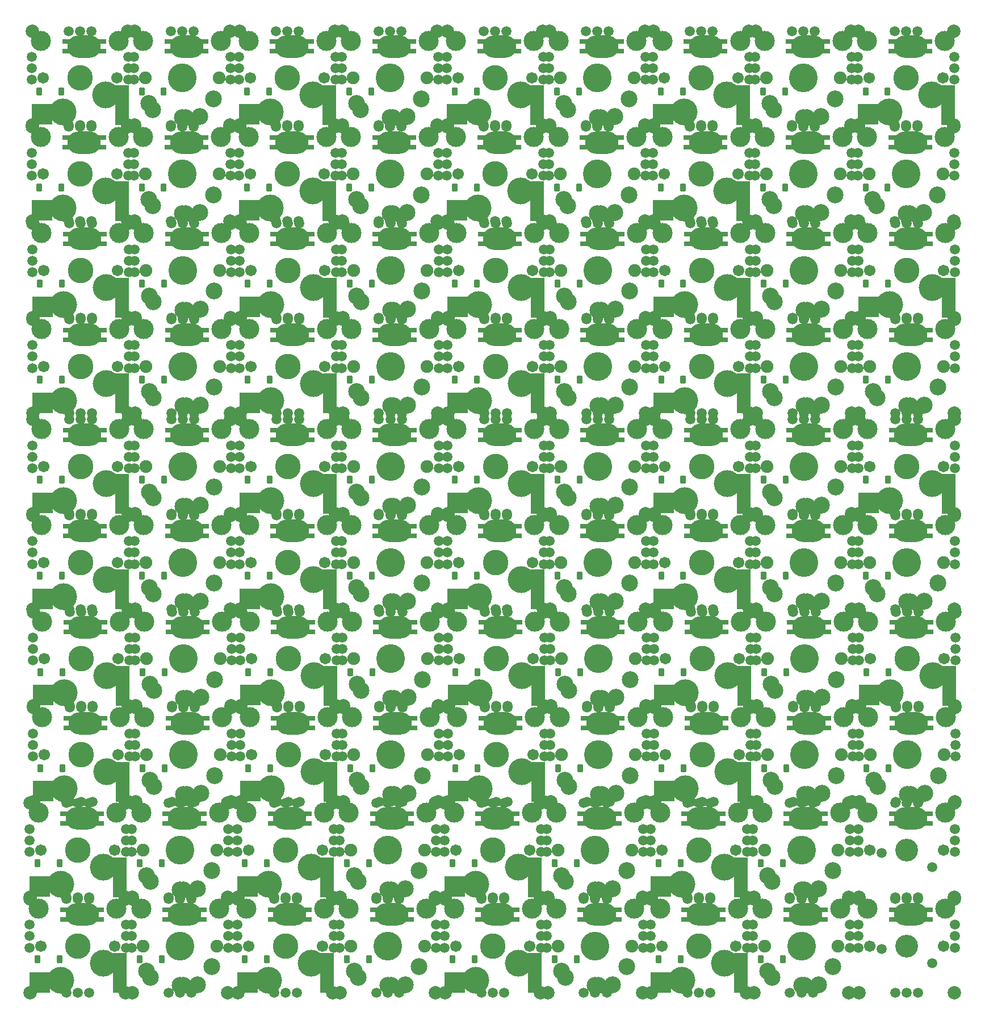
<source format=gbr>
%TF.GenerationSoftware,KiCad,Pcbnew,7.0.2*%
%TF.CreationDate,2023-05-08T22:29:03+02:00*%
%TF.ProjectId,verasity_PCB,76657261-7369-4747-995f-5043422e6b69,rev?*%
%TF.SameCoordinates,Original*%
%TF.FileFunction,Soldermask,Bot*%
%TF.FilePolarity,Negative*%
%FSLAX46Y46*%
G04 Gerber Fmt 4.6, Leading zero omitted, Abs format (unit mm)*
G04 Created by KiCad (PCBNEW 7.0.2) date 2023-05-08 22:29:03*
%MOMM*%
%LPD*%
G01*
G04 APERTURE LIST*
G04 Aperture macros list*
%AMRoundRect*
0 Rectangle with rounded corners*
0 $1 Rounding radius*
0 $2 $3 $4 $5 $6 $7 $8 $9 X,Y pos of 4 corners*
0 Add a 4 corners polygon primitive as box body*
4,1,4,$2,$3,$4,$5,$6,$7,$8,$9,$2,$3,0*
0 Add four circle primitives for the rounded corners*
1,1,$1+$1,$2,$3*
1,1,$1+$1,$4,$5*
1,1,$1+$1,$6,$7*
1,1,$1+$1,$8,$9*
0 Add four rect primitives between the rounded corners*
20,1,$1+$1,$2,$3,$4,$5,0*
20,1,$1+$1,$4,$5,$6,$7,0*
20,1,$1+$1,$6,$7,$8,$9,0*
20,1,$1+$1,$8,$9,$2,$3,0*%
G04 Aperture macros list end*
%ADD10C,1.500000*%
%ADD11C,2.000000*%
%ADD12RoundRect,0.225000X-0.225000X-0.375000X0.225000X-0.375000X0.225000X0.375000X-0.225000X0.375000X0*%
%ADD13C,3.000000*%
%ADD14C,1.900000*%
%ADD15C,2.500000*%
%ADD16R,1.400000X0.800000*%
%ADD17C,4.280000*%
%ADD18O,5.000000X3.350000*%
%ADD19C,3.300000*%
%ADD20C,1.701800*%
%ADD21C,3.400000*%
%ADD22R,3.170000X3.170000*%
%ADD23C,4.000000*%
%ADD24C,3.800000*%
%ADD25R,2.000000X5.900000*%
G04 APERTURE END LIST*
D10*
%TO.C,REF\u002A\u002A*%
X142679375Y-65734375D03*
D11*
X142779375Y-72484375D03*
D12*
X143829375Y-67484375D03*
D13*
X144079375Y-59934375D03*
D14*
X144379375Y-65484375D03*
D15*
X144879375Y-69284375D03*
X145479375Y-70184375D03*
D12*
X147129375Y-67484375D03*
D16*
X147929375Y-60059375D03*
X147929375Y-61509375D03*
D10*
X148179375Y-58484375D03*
X148179375Y-72484375D03*
X149879375Y-58484375D03*
D17*
X149879375Y-65484375D03*
D15*
X149879375Y-71384375D03*
D10*
X149879375Y-72484375D03*
D15*
X150379375Y-71384375D03*
D18*
X150519375Y-60786375D03*
D19*
X150529375Y-60784375D03*
D10*
X151579375Y-58484375D03*
X151579375Y-72484375D03*
D15*
X152479375Y-71234375D03*
D16*
X153129375Y-60059375D03*
X153129375Y-61509375D03*
D15*
X154579375Y-68584375D03*
D14*
X155379375Y-65484375D03*
D13*
X155679375Y-59934375D03*
D11*
X156979375Y-72484375D03*
D10*
X157079375Y-65734375D03*
D11*
X142779375Y-58484375D03*
X156979375Y-58484375D03*
D10*
X157079375Y-62334375D03*
X142679375Y-62334375D03*
X142679375Y-64034375D03*
X157079375Y-64034375D03*
%TD*%
%TO.C,REF\u002A\u002A*%
X80906250Y-22792500D03*
D11*
X81006250Y-29542500D03*
D12*
X82056250Y-24542500D03*
D13*
X82306250Y-16992500D03*
D14*
X82606250Y-22542500D03*
D15*
X83106250Y-26342500D03*
X83706250Y-27242500D03*
D12*
X85356250Y-24542500D03*
D16*
X86156250Y-17117500D03*
X86156250Y-18567500D03*
D10*
X86406250Y-15542500D03*
X86406250Y-29542500D03*
X88106250Y-15542500D03*
D17*
X88106250Y-22542500D03*
D15*
X88106250Y-28442500D03*
D10*
X88106250Y-29542500D03*
D15*
X88606250Y-28442500D03*
D18*
X88746250Y-17844500D03*
D19*
X88756250Y-17842500D03*
D10*
X89806250Y-15542500D03*
X89806250Y-29542500D03*
D15*
X90706250Y-28292500D03*
D16*
X91356250Y-17117500D03*
X91356250Y-18567500D03*
D15*
X92806250Y-25642500D03*
D14*
X93606250Y-22542500D03*
D13*
X93906250Y-16992500D03*
D11*
X95206250Y-29542500D03*
D10*
X95306250Y-22792500D03*
D11*
X81006250Y-15542500D03*
X95206250Y-15542500D03*
D10*
X95306250Y-19392500D03*
X80906250Y-19392500D03*
X80906250Y-21092500D03*
X95306250Y-21092500D03*
%TD*%
%TO.C,REF\u002A\u002A*%
X157900000Y-79942500D03*
D11*
X158000000Y-86692500D03*
D13*
X159300000Y-74142500D03*
D20*
X159600000Y-79692500D03*
D10*
X161350000Y-80162500D03*
D16*
X163150000Y-74267500D03*
X163150000Y-75717500D03*
D10*
X163400000Y-72692500D03*
X163400000Y-86692500D03*
X165100000Y-72692500D03*
D21*
X165100000Y-79692500D03*
D10*
X165100000Y-86692500D03*
D18*
X165740000Y-74994500D03*
D19*
X165750000Y-74992500D03*
D10*
X166800000Y-72692500D03*
X166800000Y-86692500D03*
D16*
X168350000Y-74267500D03*
X168350000Y-75717500D03*
D10*
X168910000Y-82252500D03*
D20*
X170600000Y-79692500D03*
D13*
X170900000Y-74142500D03*
D11*
X172200000Y-86692500D03*
D10*
X172300000Y-79942500D03*
D11*
X158000000Y-72692500D03*
X172200000Y-72692500D03*
D10*
X172300000Y-76542500D03*
X157900000Y-76542500D03*
X157900000Y-78242500D03*
X172300000Y-78242500D03*
%TD*%
%TO.C,REF\u002A\u002A*%
X157979375Y-51446875D03*
D11*
X158079375Y-58196875D03*
D12*
X159129375Y-53196875D03*
D13*
X159379375Y-45646875D03*
D22*
X159514375Y-56611875D03*
D20*
X159679375Y-51196875D03*
D12*
X162429375Y-53196875D03*
D23*
X162639375Y-56276875D03*
D16*
X163229375Y-45771875D03*
X163229375Y-47221875D03*
D10*
X163479375Y-44196875D03*
X163479375Y-58196875D03*
X165179375Y-44196875D03*
D24*
X165179375Y-51196875D03*
D10*
X165179375Y-58196875D03*
D18*
X165819375Y-46498875D03*
D19*
X165829375Y-46496875D03*
D10*
X166879375Y-44196875D03*
X166879375Y-58196875D03*
D16*
X168429375Y-45771875D03*
X168429375Y-47221875D03*
D23*
X168989375Y-53736875D03*
D20*
X170679375Y-51196875D03*
D13*
X170979375Y-45646875D03*
D25*
X171429375Y-55246875D03*
D11*
X172279375Y-58196875D03*
D10*
X172379375Y-51446875D03*
D11*
X158079375Y-44196875D03*
X172279375Y-44196875D03*
D10*
X172379375Y-48046875D03*
X157979375Y-48046875D03*
X157979375Y-49746875D03*
X172379375Y-49746875D03*
%TD*%
%TO.C,REF\u002A\u002A*%
X111941875Y-51446875D03*
D11*
X112041875Y-58196875D03*
D12*
X113091875Y-53196875D03*
D13*
X113341875Y-45646875D03*
D14*
X113641875Y-51196875D03*
D15*
X114141875Y-54996875D03*
X114741875Y-55896875D03*
D12*
X116391875Y-53196875D03*
D16*
X117191875Y-45771875D03*
X117191875Y-47221875D03*
D10*
X117441875Y-44196875D03*
X117441875Y-58196875D03*
X119141875Y-44196875D03*
D17*
X119141875Y-51196875D03*
D15*
X119141875Y-57096875D03*
D10*
X119141875Y-58196875D03*
D15*
X119641875Y-57096875D03*
D18*
X119781875Y-46498875D03*
D19*
X119791875Y-46496875D03*
D10*
X120841875Y-44196875D03*
X120841875Y-58196875D03*
D15*
X121741875Y-56946875D03*
D16*
X122391875Y-45771875D03*
X122391875Y-47221875D03*
D15*
X123841875Y-54296875D03*
D14*
X124641875Y-51196875D03*
D13*
X124941875Y-45646875D03*
D11*
X126241875Y-58196875D03*
D10*
X126341875Y-51446875D03*
D11*
X112041875Y-44196875D03*
X126241875Y-44196875D03*
D10*
X126341875Y-48046875D03*
X111941875Y-48046875D03*
X111941875Y-49746875D03*
X126341875Y-49746875D03*
%TD*%
%TO.C,REF\u002A\u002A*%
X157900000Y-7870000D03*
D11*
X158000000Y-14620000D03*
D12*
X159050000Y-9620000D03*
D13*
X159300000Y-2070000D03*
D14*
X159600000Y-7620000D03*
D15*
X160100000Y-11420000D03*
X160700000Y-12320000D03*
D12*
X162350000Y-9620000D03*
D16*
X163150000Y-2195000D03*
X163150000Y-3645000D03*
D10*
X163400000Y-620000D03*
X163400000Y-14620000D03*
X165100000Y-620000D03*
D17*
X165100000Y-7620000D03*
D15*
X165100000Y-13520000D03*
D10*
X165100000Y-14620000D03*
D15*
X165600000Y-13520000D03*
D18*
X165740000Y-2922000D03*
D19*
X165750000Y-2920000D03*
D10*
X166800000Y-620000D03*
X166800000Y-14620000D03*
D15*
X167700000Y-13370000D03*
D16*
X168350000Y-2195000D03*
X168350000Y-3645000D03*
D15*
X169800000Y-10720000D03*
D14*
X170600000Y-7620000D03*
D13*
X170900000Y-2070000D03*
D11*
X172200000Y-14620000D03*
D10*
X172300000Y-7870000D03*
D11*
X158000000Y-620000D03*
X172200000Y-620000D03*
D10*
X172300000Y-4470000D03*
X157900000Y-4470000D03*
X157900000Y-6170000D03*
X172300000Y-6170000D03*
%TD*%
%TO.C,REF\u002A\u002A*%
X142600000Y6417500D03*
D11*
X142700000Y-332500D03*
D12*
X143750000Y4667500D03*
D13*
X144000000Y12217500D03*
D14*
X144300000Y6667500D03*
D15*
X144800000Y2867500D03*
X145400000Y1967500D03*
D12*
X147050000Y4667500D03*
D16*
X147850000Y12092500D03*
X147850000Y10642500D03*
D10*
X148100000Y13667500D03*
X148100000Y-332500D03*
X149800000Y13667500D03*
D17*
X149800000Y6667500D03*
D15*
X149800000Y767500D03*
D10*
X149800000Y-332500D03*
D15*
X150300000Y767500D03*
D18*
X150440000Y11365500D03*
D19*
X150450000Y11367500D03*
D10*
X151500000Y13667500D03*
X151500000Y-332500D03*
D15*
X152400000Y917500D03*
D16*
X153050000Y12092500D03*
X153050000Y10642500D03*
D15*
X154500000Y3567500D03*
D14*
X155300000Y6667500D03*
D13*
X155600000Y12217500D03*
D11*
X156900000Y-332500D03*
D10*
X157000000Y6417500D03*
D11*
X142700000Y13667500D03*
X156900000Y13667500D03*
D10*
X157000000Y9817500D03*
X142600000Y9817500D03*
X142600000Y8117500D03*
X157000000Y8117500D03*
%TD*%
%TO.C,REF\u002A\u002A*%
X34690625Y6417500D03*
D11*
X34790625Y-332500D03*
D12*
X35840625Y4667500D03*
D13*
X36090625Y12217500D03*
D22*
X36225625Y1252500D03*
D20*
X36390625Y6667500D03*
D12*
X39140625Y4667500D03*
D23*
X39350625Y1587500D03*
D16*
X39940625Y12092500D03*
X39940625Y10642500D03*
D10*
X40190625Y13667500D03*
X40190625Y-332500D03*
X41890625Y13667500D03*
D24*
X41890625Y6667500D03*
D10*
X41890625Y-332500D03*
D18*
X42530625Y11365500D03*
D19*
X42540625Y11367500D03*
D10*
X43590625Y13667500D03*
X43590625Y-332500D03*
D16*
X45140625Y12092500D03*
X45140625Y10642500D03*
D23*
X45700625Y4127500D03*
D20*
X47390625Y6667500D03*
D13*
X47690625Y12217500D03*
D25*
X48140625Y2617500D03*
D11*
X48990625Y-332500D03*
D10*
X49090625Y6417500D03*
D11*
X34790625Y13667500D03*
X48990625Y13667500D03*
D10*
X49090625Y9817500D03*
X34690625Y9817500D03*
X34690625Y8117500D03*
X49090625Y8117500D03*
%TD*%
%TO.C,REF\u002A\u002A*%
X65726250Y-51446875D03*
D11*
X65826250Y-58196875D03*
D12*
X66876250Y-53196875D03*
D13*
X67126250Y-45646875D03*
D22*
X67261250Y-56611875D03*
D20*
X67426250Y-51196875D03*
D12*
X70176250Y-53196875D03*
D23*
X70386250Y-56276875D03*
D16*
X70976250Y-45771875D03*
X70976250Y-47221875D03*
D10*
X71226250Y-44196875D03*
X71226250Y-58196875D03*
X72926250Y-44196875D03*
D24*
X72926250Y-51196875D03*
D10*
X72926250Y-58196875D03*
D18*
X73566250Y-46498875D03*
D19*
X73576250Y-46496875D03*
D10*
X74626250Y-44196875D03*
X74626250Y-58196875D03*
D16*
X76176250Y-45771875D03*
X76176250Y-47221875D03*
D23*
X76736250Y-53736875D03*
D20*
X78426250Y-51196875D03*
D13*
X78726250Y-45646875D03*
D25*
X79176250Y-55246875D03*
D11*
X80026250Y-58196875D03*
D10*
X80126250Y-51446875D03*
D11*
X65826250Y-44196875D03*
X80026250Y-44196875D03*
D10*
X80126250Y-48046875D03*
X65726250Y-48046875D03*
X65726250Y-49746875D03*
X80126250Y-49746875D03*
%TD*%
%TO.C,REF\u002A\u002A*%
X80985625Y-65734375D03*
D11*
X81085625Y-72484375D03*
D12*
X82135625Y-67484375D03*
D13*
X82385625Y-59934375D03*
D14*
X82685625Y-65484375D03*
D15*
X83185625Y-69284375D03*
X83785625Y-70184375D03*
D12*
X85435625Y-67484375D03*
D16*
X86235625Y-60059375D03*
X86235625Y-61509375D03*
D10*
X86485625Y-58484375D03*
X86485625Y-72484375D03*
X88185625Y-58484375D03*
D17*
X88185625Y-65484375D03*
D15*
X88185625Y-71384375D03*
D10*
X88185625Y-72484375D03*
D15*
X88685625Y-71384375D03*
D18*
X88825625Y-60786375D03*
D19*
X88835625Y-60784375D03*
D10*
X89885625Y-58484375D03*
X89885625Y-72484375D03*
D15*
X90785625Y-71234375D03*
D16*
X91435625Y-60059375D03*
X91435625Y-61509375D03*
D15*
X92885625Y-68584375D03*
D14*
X93685625Y-65484375D03*
D13*
X93985625Y-59934375D03*
D11*
X95285625Y-72484375D03*
D10*
X95385625Y-65734375D03*
D11*
X81085625Y-58484375D03*
X95285625Y-58484375D03*
D10*
X95385625Y-62334375D03*
X80985625Y-62334375D03*
X80985625Y-64034375D03*
X95385625Y-64034375D03*
%TD*%
%TO.C,REF\u002A\u002A*%
X65250000Y-94230000D03*
D11*
X65350000Y-100980000D03*
D12*
X66400000Y-95980000D03*
D13*
X66650000Y-88430000D03*
D22*
X66785000Y-99395000D03*
D20*
X66950000Y-93980000D03*
D12*
X69700000Y-95980000D03*
D23*
X69910000Y-99060000D03*
D16*
X70500000Y-88555000D03*
X70500000Y-90005000D03*
D10*
X70750000Y-86980000D03*
X70750000Y-100980000D03*
X72450000Y-86980000D03*
D24*
X72450000Y-93980000D03*
D10*
X72450000Y-100980000D03*
D18*
X73090000Y-89282000D03*
D19*
X73100000Y-89280000D03*
D10*
X74150000Y-86980000D03*
X74150000Y-100980000D03*
D16*
X75700000Y-88555000D03*
X75700000Y-90005000D03*
D23*
X76260000Y-96520000D03*
D20*
X77950000Y-93980000D03*
D13*
X78250000Y-88430000D03*
D25*
X78700000Y-98030000D03*
D11*
X79550000Y-100980000D03*
D10*
X79650000Y-94230000D03*
D11*
X65350000Y-86980000D03*
X79550000Y-86980000D03*
D10*
X79650000Y-90830000D03*
X65250000Y-90830000D03*
X65250000Y-92530000D03*
X79650000Y-92530000D03*
%TD*%
%TO.C,REF\u002A\u002A*%
X96603125Y6417500D03*
D11*
X96703125Y-332500D03*
D12*
X97753125Y4667500D03*
D13*
X98003125Y12217500D03*
D22*
X98138125Y1252500D03*
D20*
X98303125Y6667500D03*
D12*
X101053125Y4667500D03*
D23*
X101263125Y1587500D03*
D16*
X101853125Y12092500D03*
X101853125Y10642500D03*
D10*
X102103125Y13667500D03*
X102103125Y-332500D03*
X103803125Y13667500D03*
D24*
X103803125Y6667500D03*
D10*
X103803125Y-332500D03*
D18*
X104443125Y11365500D03*
D19*
X104453125Y11367500D03*
D10*
X105503125Y13667500D03*
X105503125Y-332500D03*
D16*
X107053125Y12092500D03*
X107053125Y10642500D03*
D23*
X107613125Y4127500D03*
D20*
X109303125Y6667500D03*
D13*
X109603125Y12217500D03*
D25*
X110053125Y2617500D03*
D11*
X110903125Y-332500D03*
D10*
X111003125Y6417500D03*
D11*
X96703125Y13667500D03*
X110903125Y13667500D03*
D10*
X111003125Y9817500D03*
X96603125Y9817500D03*
X96603125Y8117500D03*
X111003125Y8117500D03*
%TD*%
%TO.C,REF\u002A\u002A*%
X49870625Y20784375D03*
D11*
X49970625Y14034375D03*
D12*
X51020625Y19034375D03*
D13*
X51270625Y26584375D03*
D14*
X51570625Y21034375D03*
D15*
X52070625Y17234375D03*
X52670625Y16334375D03*
D12*
X54320625Y19034375D03*
D16*
X55120625Y26459375D03*
X55120625Y25009375D03*
D10*
X55370625Y28034375D03*
X55370625Y14034375D03*
X57070625Y28034375D03*
D17*
X57070625Y21034375D03*
D15*
X57070625Y15134375D03*
D10*
X57070625Y14034375D03*
D15*
X57570625Y15134375D03*
D18*
X57710625Y25732375D03*
D19*
X57720625Y25734375D03*
D10*
X58770625Y28034375D03*
X58770625Y14034375D03*
D15*
X59670625Y15284375D03*
D16*
X60320625Y26459375D03*
X60320625Y25009375D03*
D15*
X61770625Y17934375D03*
D14*
X62570625Y21034375D03*
D13*
X62870625Y26584375D03*
D11*
X64170625Y14034375D03*
D10*
X64270625Y20784375D03*
D11*
X49970625Y28034375D03*
X64170625Y28034375D03*
D10*
X64270625Y24184375D03*
X49870625Y24184375D03*
X49870625Y22484375D03*
X64270625Y22484375D03*
%TD*%
%TO.C,REF\u002A\u002A*%
X157979375Y-65734375D03*
D11*
X158079375Y-72484375D03*
D12*
X159129375Y-67484375D03*
D13*
X159379375Y-59934375D03*
D14*
X159679375Y-65484375D03*
D15*
X160179375Y-69284375D03*
X160779375Y-70184375D03*
D12*
X162429375Y-67484375D03*
D16*
X163229375Y-60059375D03*
X163229375Y-61509375D03*
D10*
X163479375Y-58484375D03*
X163479375Y-72484375D03*
X165179375Y-58484375D03*
D17*
X165179375Y-65484375D03*
D15*
X165179375Y-71384375D03*
D10*
X165179375Y-72484375D03*
D15*
X165679375Y-71384375D03*
D18*
X165819375Y-60786375D03*
D19*
X165829375Y-60784375D03*
D10*
X166879375Y-58484375D03*
X166879375Y-72484375D03*
D15*
X167779375Y-71234375D03*
D16*
X168429375Y-60059375D03*
X168429375Y-61509375D03*
D15*
X169879375Y-68584375D03*
D14*
X170679375Y-65484375D03*
D13*
X170979375Y-59934375D03*
D11*
X172279375Y-72484375D03*
D10*
X172379375Y-65734375D03*
D11*
X158079375Y-58484375D03*
X172279375Y-58484375D03*
D10*
X172379375Y-62334375D03*
X157979375Y-62334375D03*
X157979375Y-64034375D03*
X172379375Y-64034375D03*
%TD*%
%TO.C,REF\u002A\u002A*%
X34611250Y20784375D03*
D11*
X34711250Y14034375D03*
D12*
X35761250Y19034375D03*
D13*
X36011250Y26584375D03*
D22*
X36146250Y15619375D03*
D20*
X36311250Y21034375D03*
D12*
X39061250Y19034375D03*
D23*
X39271250Y15954375D03*
D16*
X39861250Y26459375D03*
X39861250Y25009375D03*
D10*
X40111250Y28034375D03*
X40111250Y14034375D03*
X41811250Y28034375D03*
D24*
X41811250Y21034375D03*
D10*
X41811250Y14034375D03*
D18*
X42451250Y25732375D03*
D19*
X42461250Y25734375D03*
D10*
X43511250Y28034375D03*
X43511250Y14034375D03*
D16*
X45061250Y26459375D03*
X45061250Y25009375D03*
D23*
X45621250Y18494375D03*
D20*
X47311250Y21034375D03*
D13*
X47611250Y26584375D03*
D25*
X48061250Y16984375D03*
D11*
X48911250Y14034375D03*
D10*
X49011250Y20784375D03*
D11*
X34711250Y28034375D03*
X48911250Y28034375D03*
D10*
X49011250Y24184375D03*
X34611250Y24184375D03*
X34611250Y22484375D03*
X49011250Y22484375D03*
%TD*%
%TO.C,REF\u002A\u002A*%
X65646875Y-7870000D03*
D11*
X65746875Y-14620000D03*
D12*
X66796875Y-9620000D03*
D13*
X67046875Y-2070000D03*
D22*
X67181875Y-13035000D03*
D20*
X67346875Y-7620000D03*
D12*
X70096875Y-9620000D03*
D23*
X70306875Y-12700000D03*
D16*
X70896875Y-2195000D03*
X70896875Y-3645000D03*
D10*
X71146875Y-620000D03*
X71146875Y-14620000D03*
X72846875Y-620000D03*
D24*
X72846875Y-7620000D03*
D10*
X72846875Y-14620000D03*
D18*
X73486875Y-2922000D03*
D19*
X73496875Y-2920000D03*
D10*
X74546875Y-620000D03*
X74546875Y-14620000D03*
D16*
X76096875Y-2195000D03*
X76096875Y-3645000D03*
D23*
X76656875Y-10160000D03*
D20*
X78346875Y-7620000D03*
D13*
X78646875Y-2070000D03*
D25*
X79096875Y-11670000D03*
D11*
X79946875Y-14620000D03*
D10*
X80046875Y-7870000D03*
D11*
X65746875Y-620000D03*
X79946875Y-620000D03*
D10*
X80046875Y-4470000D03*
X65646875Y-4470000D03*
X65646875Y-6170000D03*
X80046875Y-6170000D03*
%TD*%
%TO.C,REF\u002A\u002A*%
X142203125Y-94230000D03*
D11*
X142303125Y-100980000D03*
D12*
X143353125Y-95980000D03*
D13*
X143603125Y-88430000D03*
D14*
X143903125Y-93980000D03*
D15*
X144403125Y-97780000D03*
X145003125Y-98680000D03*
D12*
X146653125Y-95980000D03*
D16*
X147453125Y-88555000D03*
X147453125Y-90005000D03*
D10*
X147703125Y-86980000D03*
X147703125Y-100980000D03*
X149403125Y-86980000D03*
D17*
X149403125Y-93980000D03*
D15*
X149403125Y-99880000D03*
D10*
X149403125Y-100980000D03*
D15*
X149903125Y-99880000D03*
D18*
X150043125Y-89282000D03*
D19*
X150053125Y-89280000D03*
D10*
X151103125Y-86980000D03*
X151103125Y-100980000D03*
D15*
X152003125Y-99730000D03*
D16*
X152653125Y-88555000D03*
X152653125Y-90005000D03*
D15*
X154103125Y-97080000D03*
D14*
X154903125Y-93980000D03*
D13*
X155203125Y-88430000D03*
D11*
X156503125Y-100980000D03*
D10*
X156603125Y-94230000D03*
D11*
X142303125Y-86980000D03*
X156503125Y-86980000D03*
D10*
X156603125Y-90830000D03*
X142203125Y-90830000D03*
X142203125Y-92530000D03*
X156603125Y-92530000D03*
%TD*%
%TO.C,REF\u002A\u002A*%
X34770000Y-51446875D03*
D11*
X34870000Y-58196875D03*
D12*
X35920000Y-53196875D03*
D13*
X36170000Y-45646875D03*
D22*
X36305000Y-56611875D03*
D20*
X36470000Y-51196875D03*
D12*
X39220000Y-53196875D03*
D23*
X39430000Y-56276875D03*
D16*
X40020000Y-45771875D03*
X40020000Y-47221875D03*
D10*
X40270000Y-44196875D03*
X40270000Y-58196875D03*
X41970000Y-44196875D03*
D24*
X41970000Y-51196875D03*
D10*
X41970000Y-58196875D03*
D18*
X42610000Y-46498875D03*
D19*
X42620000Y-46496875D03*
D10*
X43670000Y-44196875D03*
X43670000Y-58196875D03*
D16*
X45220000Y-45771875D03*
X45220000Y-47221875D03*
D23*
X45780000Y-53736875D03*
D20*
X47470000Y-51196875D03*
D13*
X47770000Y-45646875D03*
D25*
X48220000Y-55246875D03*
D11*
X49070000Y-58196875D03*
D10*
X49170000Y-51446875D03*
D11*
X34870000Y-44196875D03*
X49070000Y-44196875D03*
D10*
X49170000Y-48046875D03*
X34770000Y-48046875D03*
X34770000Y-49746875D03*
X49170000Y-49746875D03*
%TD*%
%TO.C,REF\u002A\u002A*%
X80826875Y20784375D03*
D11*
X80926875Y14034375D03*
D12*
X81976875Y19034375D03*
D13*
X82226875Y26584375D03*
D14*
X82526875Y21034375D03*
D15*
X83026875Y17234375D03*
X83626875Y16334375D03*
D12*
X85276875Y19034375D03*
D16*
X86076875Y26459375D03*
X86076875Y25009375D03*
D10*
X86326875Y28034375D03*
X86326875Y14034375D03*
X88026875Y28034375D03*
D17*
X88026875Y21034375D03*
D15*
X88026875Y15134375D03*
D10*
X88026875Y14034375D03*
D15*
X88526875Y15134375D03*
D18*
X88666875Y25732375D03*
D19*
X88676875Y25734375D03*
D10*
X89726875Y28034375D03*
X89726875Y14034375D03*
D15*
X90626875Y15284375D03*
D16*
X91276875Y26459375D03*
X91276875Y25009375D03*
D15*
X92726875Y17934375D03*
D14*
X93526875Y21034375D03*
D13*
X93826875Y26584375D03*
D11*
X95126875Y14034375D03*
D10*
X95226875Y20784375D03*
D11*
X80926875Y28034375D03*
X95126875Y28034375D03*
D10*
X95226875Y24184375D03*
X80826875Y24184375D03*
X80826875Y22484375D03*
X95226875Y22484375D03*
%TD*%
%TO.C,REF\u002A\u002A*%
X142520625Y35071875D03*
D11*
X142620625Y28321875D03*
D12*
X143670625Y33321875D03*
D13*
X143920625Y40871875D03*
D14*
X144220625Y35321875D03*
D15*
X144720625Y31521875D03*
X145320625Y30621875D03*
D12*
X146970625Y33321875D03*
D16*
X147770625Y40746875D03*
X147770625Y39296875D03*
D10*
X148020625Y42321875D03*
X148020625Y28321875D03*
X149720625Y42321875D03*
D17*
X149720625Y35321875D03*
D15*
X149720625Y29421875D03*
D10*
X149720625Y28321875D03*
D15*
X150220625Y29421875D03*
D18*
X150360625Y40019875D03*
D19*
X150370625Y40021875D03*
D10*
X151420625Y42321875D03*
X151420625Y28321875D03*
D15*
X152320625Y29571875D03*
D16*
X152970625Y40746875D03*
X152970625Y39296875D03*
D15*
X154420625Y32221875D03*
D14*
X155220625Y35321875D03*
D13*
X155520625Y40871875D03*
D11*
X156820625Y28321875D03*
D10*
X156920625Y35071875D03*
D11*
X142620625Y42321875D03*
X156820625Y42321875D03*
D10*
X156920625Y38471875D03*
X142520625Y38471875D03*
X142520625Y36771875D03*
X156920625Y36771875D03*
%TD*%
%TO.C,REF\u002A\u002A*%
X80985625Y-51446875D03*
D11*
X81085625Y-58196875D03*
D12*
X82135625Y-53196875D03*
D13*
X82385625Y-45646875D03*
D14*
X82685625Y-51196875D03*
D15*
X83185625Y-54996875D03*
X83785625Y-55896875D03*
D12*
X85435625Y-53196875D03*
D16*
X86235625Y-45771875D03*
X86235625Y-47221875D03*
D10*
X86485625Y-44196875D03*
X86485625Y-58196875D03*
X88185625Y-44196875D03*
D17*
X88185625Y-51196875D03*
D15*
X88185625Y-57096875D03*
D10*
X88185625Y-58196875D03*
D15*
X88685625Y-57096875D03*
D18*
X88825625Y-46498875D03*
D19*
X88835625Y-46496875D03*
D10*
X89885625Y-44196875D03*
X89885625Y-58196875D03*
D15*
X90785625Y-56946875D03*
D16*
X91435625Y-45771875D03*
X91435625Y-47221875D03*
D15*
X92885625Y-54296875D03*
D14*
X93685625Y-51196875D03*
D13*
X93985625Y-45646875D03*
D11*
X95285625Y-58196875D03*
D10*
X95385625Y-51446875D03*
D11*
X81085625Y-44196875D03*
X95285625Y-44196875D03*
D10*
X95385625Y-48046875D03*
X80985625Y-48046875D03*
X80985625Y-49746875D03*
X95385625Y-49746875D03*
%TD*%
%TO.C,REF\u002A\u002A*%
X96206250Y-79942500D03*
D11*
X96306250Y-86692500D03*
D12*
X97356250Y-81692500D03*
D13*
X97606250Y-74142500D03*
D22*
X97741250Y-85107500D03*
D20*
X97906250Y-79692500D03*
D12*
X100656250Y-81692500D03*
D23*
X100866250Y-84772500D03*
D16*
X101456250Y-74267500D03*
X101456250Y-75717500D03*
D10*
X101706250Y-72692500D03*
X101706250Y-86692500D03*
X103406250Y-72692500D03*
D24*
X103406250Y-79692500D03*
D10*
X103406250Y-86692500D03*
D18*
X104046250Y-74994500D03*
D19*
X104056250Y-74992500D03*
D10*
X105106250Y-72692500D03*
X105106250Y-86692500D03*
D16*
X106656250Y-74267500D03*
X106656250Y-75717500D03*
D23*
X107216250Y-82232500D03*
D20*
X108906250Y-79692500D03*
D13*
X109206250Y-74142500D03*
D25*
X109656250Y-83742500D03*
D11*
X110506250Y-86692500D03*
D10*
X110606250Y-79942500D03*
D11*
X96306250Y-72692500D03*
X110506250Y-72692500D03*
D10*
X110606250Y-76542500D03*
X96206250Y-76542500D03*
X96206250Y-78242500D03*
X110606250Y-78242500D03*
%TD*%
%TO.C,REF\u002A\u002A*%
X127261250Y35071875D03*
D11*
X127361250Y28321875D03*
D12*
X128411250Y33321875D03*
D13*
X128661250Y40871875D03*
D22*
X128796250Y29906875D03*
D20*
X128961250Y35321875D03*
D12*
X131711250Y33321875D03*
D23*
X131921250Y30241875D03*
D16*
X132511250Y40746875D03*
X132511250Y39296875D03*
D10*
X132761250Y42321875D03*
X132761250Y28321875D03*
X134461250Y42321875D03*
D24*
X134461250Y35321875D03*
D10*
X134461250Y28321875D03*
D18*
X135101250Y40019875D03*
D19*
X135111250Y40021875D03*
D10*
X136161250Y42321875D03*
X136161250Y28321875D03*
D16*
X137711250Y40746875D03*
X137711250Y39296875D03*
D23*
X138271250Y32781875D03*
D20*
X139961250Y35321875D03*
D13*
X140261250Y40871875D03*
D25*
X140711250Y31271875D03*
D11*
X141561250Y28321875D03*
D10*
X141661250Y35071875D03*
D11*
X127361250Y42321875D03*
X141561250Y42321875D03*
D10*
X141661250Y38471875D03*
X127261250Y38471875D03*
X127261250Y36771875D03*
X141661250Y36771875D03*
%TD*%
%TO.C,REF\u002A\u002A*%
X80826875Y35071875D03*
D11*
X80926875Y28321875D03*
D12*
X81976875Y33321875D03*
D13*
X82226875Y40871875D03*
D14*
X82526875Y35321875D03*
D15*
X83026875Y31521875D03*
X83626875Y30621875D03*
D12*
X85276875Y33321875D03*
D16*
X86076875Y40746875D03*
X86076875Y39296875D03*
D10*
X86326875Y42321875D03*
X86326875Y28321875D03*
X88026875Y42321875D03*
D17*
X88026875Y35321875D03*
D15*
X88026875Y29421875D03*
D10*
X88026875Y28321875D03*
D15*
X88526875Y29421875D03*
D18*
X88666875Y40019875D03*
D19*
X88676875Y40021875D03*
D10*
X89726875Y42321875D03*
X89726875Y28321875D03*
D15*
X90626875Y29571875D03*
D16*
X91276875Y40746875D03*
X91276875Y39296875D03*
D15*
X92726875Y32221875D03*
D14*
X93526875Y35321875D03*
D13*
X93826875Y40871875D03*
D11*
X95126875Y28321875D03*
D10*
X95226875Y35071875D03*
D11*
X80926875Y42321875D03*
X95126875Y42321875D03*
D10*
X95226875Y38471875D03*
X80826875Y38471875D03*
X80826875Y36771875D03*
X95226875Y36771875D03*
%TD*%
%TO.C,REF\u002A\u002A*%
X157820625Y35071875D03*
D11*
X157920625Y28321875D03*
D12*
X158970625Y33321875D03*
D13*
X159220625Y40871875D03*
D22*
X159355625Y29906875D03*
D20*
X159520625Y35321875D03*
D12*
X162270625Y33321875D03*
D23*
X162480625Y30241875D03*
D16*
X163070625Y40746875D03*
X163070625Y39296875D03*
D10*
X163320625Y42321875D03*
X163320625Y28321875D03*
X165020625Y42321875D03*
D24*
X165020625Y35321875D03*
D10*
X165020625Y28321875D03*
D18*
X165660625Y40019875D03*
D19*
X165670625Y40021875D03*
D10*
X166720625Y42321875D03*
X166720625Y28321875D03*
D16*
X168270625Y40746875D03*
X168270625Y39296875D03*
D23*
X168830625Y32781875D03*
D20*
X170520625Y35321875D03*
D13*
X170820625Y40871875D03*
D25*
X171270625Y31271875D03*
D11*
X172120625Y28321875D03*
D10*
X172220625Y35071875D03*
D11*
X157920625Y42321875D03*
X172120625Y42321875D03*
D10*
X172220625Y38471875D03*
X157820625Y38471875D03*
X157820625Y36771875D03*
X172220625Y36771875D03*
%TD*%
%TO.C,REF\u002A\u002A*%
X65567500Y35071875D03*
D11*
X65667500Y28321875D03*
D12*
X66717500Y33321875D03*
D13*
X66967500Y40871875D03*
D22*
X67102500Y29906875D03*
D20*
X67267500Y35321875D03*
D12*
X70017500Y33321875D03*
D23*
X70227500Y30241875D03*
D16*
X70817500Y40746875D03*
X70817500Y39296875D03*
D10*
X71067500Y42321875D03*
X71067500Y28321875D03*
X72767500Y42321875D03*
D24*
X72767500Y35321875D03*
D10*
X72767500Y28321875D03*
D18*
X73407500Y40019875D03*
D19*
X73417500Y40021875D03*
D10*
X74467500Y42321875D03*
X74467500Y28321875D03*
D16*
X76017500Y40746875D03*
X76017500Y39296875D03*
D23*
X76577500Y32781875D03*
D20*
X78267500Y35321875D03*
D13*
X78567500Y40871875D03*
D25*
X79017500Y31271875D03*
D11*
X79867500Y28321875D03*
D10*
X79967500Y35071875D03*
D11*
X65667500Y42321875D03*
X79867500Y42321875D03*
D10*
X79967500Y38471875D03*
X65567500Y38471875D03*
X65567500Y36771875D03*
X79967500Y36771875D03*
%TD*%
%TO.C,REF\u002A\u002A*%
X127420000Y-51446875D03*
D11*
X127520000Y-58196875D03*
D12*
X128570000Y-53196875D03*
D13*
X128820000Y-45646875D03*
D22*
X128955000Y-56611875D03*
D20*
X129120000Y-51196875D03*
D12*
X131870000Y-53196875D03*
D23*
X132080000Y-56276875D03*
D16*
X132670000Y-45771875D03*
X132670000Y-47221875D03*
D10*
X132920000Y-44196875D03*
X132920000Y-58196875D03*
X134620000Y-44196875D03*
D24*
X134620000Y-51196875D03*
D10*
X134620000Y-58196875D03*
D18*
X135260000Y-46498875D03*
D19*
X135270000Y-46496875D03*
D10*
X136320000Y-44196875D03*
X136320000Y-58196875D03*
D16*
X137870000Y-45771875D03*
X137870000Y-47221875D03*
D23*
X138430000Y-53736875D03*
D20*
X140120000Y-51196875D03*
D13*
X140420000Y-45646875D03*
D25*
X140870000Y-55246875D03*
D11*
X141720000Y-58196875D03*
D10*
X141820000Y-51446875D03*
D11*
X127520000Y-44196875D03*
X141720000Y-44196875D03*
D10*
X141820000Y-48046875D03*
X127420000Y-48046875D03*
X127420000Y-49746875D03*
X141820000Y-49746875D03*
%TD*%
%TO.C,REF\u002A\u002A*%
X96682500Y-65734375D03*
D11*
X96782500Y-72484375D03*
D12*
X97832500Y-67484375D03*
D13*
X98082500Y-59934375D03*
D22*
X98217500Y-70899375D03*
D20*
X98382500Y-65484375D03*
D12*
X101132500Y-67484375D03*
D23*
X101342500Y-70564375D03*
D16*
X101932500Y-60059375D03*
X101932500Y-61509375D03*
D10*
X102182500Y-58484375D03*
X102182500Y-72484375D03*
X103882500Y-58484375D03*
D24*
X103882500Y-65484375D03*
D10*
X103882500Y-72484375D03*
D18*
X104522500Y-60786375D03*
D19*
X104532500Y-60784375D03*
D10*
X105582500Y-58484375D03*
X105582500Y-72484375D03*
D16*
X107132500Y-60059375D03*
X107132500Y-61509375D03*
D23*
X107692500Y-68024375D03*
D20*
X109382500Y-65484375D03*
D13*
X109682500Y-59934375D03*
D25*
X110132500Y-69534375D03*
D11*
X110982500Y-72484375D03*
D10*
X111082500Y-65734375D03*
D11*
X96782500Y-58484375D03*
X110982500Y-58484375D03*
D10*
X111082500Y-62334375D03*
X96682500Y-62334375D03*
X96682500Y-64034375D03*
X111082500Y-64034375D03*
%TD*%
%TO.C,REF\u002A\u002A*%
X111862500Y-22792500D03*
D11*
X111962500Y-29542500D03*
D12*
X113012500Y-24542500D03*
D13*
X113262500Y-16992500D03*
D14*
X113562500Y-22542500D03*
D15*
X114062500Y-26342500D03*
X114662500Y-27242500D03*
D12*
X116312500Y-24542500D03*
D16*
X117112500Y-17117500D03*
X117112500Y-18567500D03*
D10*
X117362500Y-15542500D03*
X117362500Y-29542500D03*
X119062500Y-15542500D03*
D17*
X119062500Y-22542500D03*
D15*
X119062500Y-28442500D03*
D10*
X119062500Y-29542500D03*
D15*
X119562500Y-28442500D03*
D18*
X119702500Y-17844500D03*
D19*
X119712500Y-17842500D03*
D10*
X120762500Y-15542500D03*
X120762500Y-29542500D03*
D15*
X121662500Y-28292500D03*
D16*
X122312500Y-17117500D03*
X122312500Y-18567500D03*
D15*
X123762500Y-25642500D03*
D14*
X124562500Y-22542500D03*
D13*
X124862500Y-16992500D03*
D11*
X126162500Y-29542500D03*
D10*
X126262500Y-22792500D03*
D11*
X111962500Y-15542500D03*
X126162500Y-15542500D03*
D10*
X126262500Y-19392500D03*
X111862500Y-19392500D03*
X111862500Y-21092500D03*
X126262500Y-21092500D03*
%TD*%
%TO.C,REF\u002A\u002A*%
X157820625Y20784375D03*
D11*
X157920625Y14034375D03*
D12*
X158970625Y19034375D03*
D13*
X159220625Y26584375D03*
D14*
X159520625Y21034375D03*
D15*
X160020625Y17234375D03*
X160620625Y16334375D03*
D12*
X162270625Y19034375D03*
D16*
X163070625Y26459375D03*
X163070625Y25009375D03*
D10*
X163320625Y28034375D03*
X163320625Y14034375D03*
X165020625Y28034375D03*
D17*
X165020625Y21034375D03*
D15*
X165020625Y15134375D03*
D10*
X165020625Y14034375D03*
D15*
X165520625Y15134375D03*
D18*
X165660625Y25732375D03*
D19*
X165670625Y25734375D03*
D10*
X166720625Y28034375D03*
X166720625Y14034375D03*
D15*
X167620625Y15284375D03*
D16*
X168270625Y26459375D03*
X168270625Y25009375D03*
D15*
X169720625Y17934375D03*
D14*
X170520625Y21034375D03*
D13*
X170820625Y26584375D03*
D11*
X172120625Y14034375D03*
D10*
X172220625Y20784375D03*
D11*
X157920625Y28034375D03*
X172120625Y28034375D03*
D10*
X172220625Y24184375D03*
X157820625Y24184375D03*
X157820625Y22484375D03*
X172220625Y22484375D03*
%TD*%
%TO.C,REF\u002A\u002A*%
X111783125Y20784375D03*
D11*
X111883125Y14034375D03*
D12*
X112933125Y19034375D03*
D13*
X113183125Y26584375D03*
D14*
X113483125Y21034375D03*
D15*
X113983125Y17234375D03*
X114583125Y16334375D03*
D12*
X116233125Y19034375D03*
D16*
X117033125Y26459375D03*
X117033125Y25009375D03*
D10*
X117283125Y28034375D03*
X117283125Y14034375D03*
X118983125Y28034375D03*
D17*
X118983125Y21034375D03*
D15*
X118983125Y15134375D03*
D10*
X118983125Y14034375D03*
D15*
X119483125Y15134375D03*
D18*
X119623125Y25732375D03*
D19*
X119633125Y25734375D03*
D10*
X120683125Y28034375D03*
X120683125Y14034375D03*
D15*
X121583125Y15284375D03*
D16*
X122233125Y26459375D03*
X122233125Y25009375D03*
D15*
X123683125Y17934375D03*
D14*
X124483125Y21034375D03*
D13*
X124783125Y26584375D03*
D11*
X126083125Y14034375D03*
D10*
X126183125Y20784375D03*
D11*
X111883125Y28034375D03*
X126083125Y28034375D03*
D10*
X126183125Y24184375D03*
X111783125Y24184375D03*
X111783125Y22484375D03*
X126183125Y22484375D03*
%TD*%
%TO.C,REF\u002A\u002A*%
X157900000Y6417500D03*
D11*
X158000000Y-332500D03*
D12*
X159050000Y4667500D03*
D13*
X159300000Y12217500D03*
D22*
X159435000Y1252500D03*
D20*
X159600000Y6667500D03*
D12*
X162350000Y4667500D03*
D23*
X162560000Y1587500D03*
D16*
X163150000Y12092500D03*
X163150000Y10642500D03*
D10*
X163400000Y13667500D03*
X163400000Y-332500D03*
X165100000Y13667500D03*
D24*
X165100000Y6667500D03*
D10*
X165100000Y-332500D03*
D18*
X165740000Y11365500D03*
D19*
X165750000Y11367500D03*
D10*
X166800000Y13667500D03*
X166800000Y-332500D03*
D16*
X168350000Y12092500D03*
X168350000Y10642500D03*
D23*
X168910000Y4127500D03*
D20*
X170600000Y6667500D03*
D13*
X170900000Y12217500D03*
D25*
X171350000Y2617500D03*
D11*
X172200000Y-332500D03*
D10*
X172300000Y6417500D03*
D11*
X158000000Y13667500D03*
X172200000Y13667500D03*
D10*
X172300000Y9817500D03*
X157900000Y9817500D03*
X157900000Y8117500D03*
X172300000Y8117500D03*
%TD*%
%TO.C,REF\u002A\u002A*%
X142203125Y-79942500D03*
D11*
X142303125Y-86692500D03*
D12*
X143353125Y-81692500D03*
D13*
X143603125Y-74142500D03*
D14*
X143903125Y-79692500D03*
D15*
X144403125Y-83492500D03*
X145003125Y-84392500D03*
D12*
X146653125Y-81692500D03*
D16*
X147453125Y-74267500D03*
X147453125Y-75717500D03*
D10*
X147703125Y-72692500D03*
X147703125Y-86692500D03*
X149403125Y-72692500D03*
D17*
X149403125Y-79692500D03*
D15*
X149403125Y-85592500D03*
D10*
X149403125Y-86692500D03*
D15*
X149903125Y-85592500D03*
D18*
X150043125Y-74994500D03*
D19*
X150053125Y-74992500D03*
D10*
X151103125Y-72692500D03*
X151103125Y-86692500D03*
D15*
X152003125Y-85442500D03*
D16*
X152653125Y-74267500D03*
X152653125Y-75717500D03*
D15*
X154103125Y-82792500D03*
D14*
X154903125Y-79692500D03*
D13*
X155203125Y-74142500D03*
D11*
X156503125Y-86692500D03*
D10*
X156603125Y-79942500D03*
D11*
X142303125Y-72692500D03*
X156503125Y-72692500D03*
D10*
X156603125Y-76542500D03*
X142203125Y-76542500D03*
X142203125Y-78242500D03*
X156603125Y-78242500D03*
%TD*%
%TO.C,REF\u002A\u002A*%
X80509375Y-79942500D03*
D11*
X80609375Y-86692500D03*
D12*
X81659375Y-81692500D03*
D13*
X81909375Y-74142500D03*
D14*
X82209375Y-79692500D03*
D15*
X82709375Y-83492500D03*
X83309375Y-84392500D03*
D12*
X84959375Y-81692500D03*
D16*
X85759375Y-74267500D03*
X85759375Y-75717500D03*
D10*
X86009375Y-72692500D03*
X86009375Y-86692500D03*
X87709375Y-72692500D03*
D17*
X87709375Y-79692500D03*
D15*
X87709375Y-85592500D03*
D10*
X87709375Y-86692500D03*
D15*
X88209375Y-85592500D03*
D18*
X88349375Y-74994500D03*
D19*
X88359375Y-74992500D03*
D10*
X89409375Y-72692500D03*
X89409375Y-86692500D03*
D15*
X90309375Y-85442500D03*
D16*
X90959375Y-74267500D03*
X90959375Y-75717500D03*
D15*
X92409375Y-82792500D03*
D14*
X93209375Y-79692500D03*
D13*
X93509375Y-74142500D03*
D11*
X94809375Y-86692500D03*
D10*
X94909375Y-79942500D03*
D11*
X80609375Y-72692500D03*
X94809375Y-72692500D03*
D10*
X94909375Y-76542500D03*
X80509375Y-76542500D03*
X80509375Y-78242500D03*
X94909375Y-78242500D03*
%TD*%
%TO.C,REF\u002A\u002A*%
X127261250Y20784375D03*
D11*
X127361250Y14034375D03*
D12*
X128411250Y19034375D03*
D13*
X128661250Y26584375D03*
D22*
X128796250Y15619375D03*
D20*
X128961250Y21034375D03*
D12*
X131711250Y19034375D03*
D23*
X131921250Y15954375D03*
D16*
X132511250Y26459375D03*
X132511250Y25009375D03*
D10*
X132761250Y28034375D03*
X132761250Y14034375D03*
X134461250Y28034375D03*
D24*
X134461250Y21034375D03*
D10*
X134461250Y14034375D03*
D18*
X135101250Y25732375D03*
D19*
X135111250Y25734375D03*
D10*
X136161250Y28034375D03*
X136161250Y14034375D03*
D16*
X137711250Y26459375D03*
X137711250Y25009375D03*
D23*
X138271250Y18494375D03*
D20*
X139961250Y21034375D03*
D13*
X140261250Y26584375D03*
D25*
X140711250Y16984375D03*
D11*
X141561250Y14034375D03*
D10*
X141661250Y20784375D03*
D11*
X127361250Y28034375D03*
X141561250Y28034375D03*
D10*
X141661250Y24184375D03*
X127261250Y24184375D03*
X127261250Y22484375D03*
X141661250Y22484375D03*
%TD*%
%TO.C,REF\u002A\u002A*%
X50029375Y-65734375D03*
D11*
X50129375Y-72484375D03*
D12*
X51179375Y-67484375D03*
D13*
X51429375Y-59934375D03*
D14*
X51729375Y-65484375D03*
D15*
X52229375Y-69284375D03*
X52829375Y-70184375D03*
D12*
X54479375Y-67484375D03*
D16*
X55279375Y-60059375D03*
X55279375Y-61509375D03*
D10*
X55529375Y-58484375D03*
X55529375Y-72484375D03*
X57229375Y-58484375D03*
D17*
X57229375Y-65484375D03*
D15*
X57229375Y-71384375D03*
D10*
X57229375Y-72484375D03*
D15*
X57729375Y-71384375D03*
D18*
X57869375Y-60786375D03*
D19*
X57879375Y-60784375D03*
D10*
X58929375Y-58484375D03*
X58929375Y-72484375D03*
D15*
X59829375Y-71234375D03*
D16*
X60479375Y-60059375D03*
X60479375Y-61509375D03*
D15*
X61929375Y-68584375D03*
D14*
X62729375Y-65484375D03*
D13*
X63029375Y-59934375D03*
D11*
X64329375Y-72484375D03*
D10*
X64429375Y-65734375D03*
D11*
X50129375Y-58484375D03*
X64329375Y-58484375D03*
D10*
X64429375Y-62334375D03*
X50029375Y-62334375D03*
X50029375Y-64034375D03*
X64429375Y-64034375D03*
%TD*%
%TO.C,REF\u002A\u002A*%
X80906250Y-37080000D03*
D11*
X81006250Y-43830000D03*
D12*
X82056250Y-38830000D03*
D13*
X82306250Y-31280000D03*
D14*
X82606250Y-36830000D03*
D15*
X83106250Y-40630000D03*
X83706250Y-41530000D03*
D12*
X85356250Y-38830000D03*
D16*
X86156250Y-31405000D03*
X86156250Y-32855000D03*
D10*
X86406250Y-29830000D03*
X86406250Y-43830000D03*
X88106250Y-29830000D03*
D17*
X88106250Y-36830000D03*
D15*
X88106250Y-42730000D03*
D10*
X88106250Y-43830000D03*
D15*
X88606250Y-42730000D03*
D18*
X88746250Y-32132000D03*
D19*
X88756250Y-32130000D03*
D10*
X89806250Y-29830000D03*
X89806250Y-43830000D03*
D15*
X90706250Y-42580000D03*
D16*
X91356250Y-31405000D03*
X91356250Y-32855000D03*
D15*
X92806250Y-39930000D03*
D14*
X93606250Y-36830000D03*
D13*
X93906250Y-31280000D03*
D11*
X95206250Y-43830000D03*
D10*
X95306250Y-37080000D03*
D11*
X81006250Y-29830000D03*
X95206250Y-29830000D03*
D10*
X95306250Y-33680000D03*
X80906250Y-33680000D03*
X80906250Y-35380000D03*
X95306250Y-35380000D03*
%TD*%
%TO.C,REF\u002A\u002A*%
X111862500Y-37080000D03*
D11*
X111962500Y-43830000D03*
D12*
X113012500Y-38830000D03*
D13*
X113262500Y-31280000D03*
D14*
X113562500Y-36830000D03*
D15*
X114062500Y-40630000D03*
X114662500Y-41530000D03*
D12*
X116312500Y-38830000D03*
D16*
X117112500Y-31405000D03*
X117112500Y-32855000D03*
D10*
X117362500Y-29830000D03*
X117362500Y-43830000D03*
X119062500Y-29830000D03*
D17*
X119062500Y-36830000D03*
D15*
X119062500Y-42730000D03*
D10*
X119062500Y-43830000D03*
D15*
X119562500Y-42730000D03*
D18*
X119702500Y-32132000D03*
D19*
X119712500Y-32130000D03*
D10*
X120762500Y-29830000D03*
X120762500Y-43830000D03*
D15*
X121662500Y-42580000D03*
D16*
X122312500Y-31405000D03*
X122312500Y-32855000D03*
D15*
X123762500Y-39930000D03*
D14*
X124562500Y-36830000D03*
D13*
X124862500Y-31280000D03*
D11*
X126162500Y-43830000D03*
D10*
X126262500Y-37080000D03*
D11*
X111962500Y-29830000D03*
X126162500Y-29830000D03*
D10*
X126262500Y-33680000D03*
X111862500Y-33680000D03*
X111862500Y-35380000D03*
X126262500Y-35380000D03*
%TD*%
%TO.C,REF\u002A\u002A*%
X126943750Y-94230000D03*
D11*
X127043750Y-100980000D03*
D12*
X128093750Y-95980000D03*
D13*
X128343750Y-88430000D03*
D22*
X128478750Y-99395000D03*
D20*
X128643750Y-93980000D03*
D12*
X131393750Y-95980000D03*
D23*
X131603750Y-99060000D03*
D16*
X132193750Y-88555000D03*
X132193750Y-90005000D03*
D10*
X132443750Y-86980000D03*
X132443750Y-100980000D03*
X134143750Y-86980000D03*
D24*
X134143750Y-93980000D03*
D10*
X134143750Y-100980000D03*
D18*
X134783750Y-89282000D03*
D19*
X134793750Y-89280000D03*
D10*
X135843750Y-86980000D03*
X135843750Y-100980000D03*
D16*
X137393750Y-88555000D03*
X137393750Y-90005000D03*
D23*
X137953750Y-96520000D03*
D20*
X139643750Y-93980000D03*
D13*
X139943750Y-88430000D03*
D25*
X140393750Y-98030000D03*
D11*
X141243750Y-100980000D03*
D10*
X141343750Y-94230000D03*
D11*
X127043750Y-86980000D03*
X141243750Y-86980000D03*
D10*
X141343750Y-90830000D03*
X126943750Y-90830000D03*
X126943750Y-92530000D03*
X141343750Y-92530000D03*
%TD*%
%TO.C,REF\u002A\u002A*%
X49870625Y35071875D03*
D11*
X49970625Y28321875D03*
D12*
X51020625Y33321875D03*
D13*
X51270625Y40871875D03*
D14*
X51570625Y35321875D03*
D15*
X52070625Y31521875D03*
X52670625Y30621875D03*
D12*
X54320625Y33321875D03*
D16*
X55120625Y40746875D03*
X55120625Y39296875D03*
D10*
X55370625Y42321875D03*
X55370625Y28321875D03*
X57070625Y42321875D03*
D17*
X57070625Y35321875D03*
D15*
X57070625Y29421875D03*
D10*
X57070625Y28321875D03*
D15*
X57570625Y29421875D03*
D18*
X57710625Y40019875D03*
D19*
X57720625Y40021875D03*
D10*
X58770625Y42321875D03*
X58770625Y28321875D03*
D15*
X59670625Y29571875D03*
D16*
X60320625Y40746875D03*
X60320625Y39296875D03*
D15*
X61770625Y32221875D03*
D14*
X62570625Y35321875D03*
D13*
X62870625Y40871875D03*
D11*
X64170625Y28321875D03*
D10*
X64270625Y35071875D03*
D11*
X49970625Y42321875D03*
X64170625Y42321875D03*
D10*
X64270625Y38471875D03*
X49870625Y38471875D03*
X49870625Y36771875D03*
X64270625Y36771875D03*
%TD*%
%TO.C,REF\u002A\u002A*%
X111465625Y-94230000D03*
D11*
X111565625Y-100980000D03*
D12*
X112615625Y-95980000D03*
D13*
X112865625Y-88430000D03*
D14*
X113165625Y-93980000D03*
D15*
X113665625Y-97780000D03*
X114265625Y-98680000D03*
D12*
X115915625Y-95980000D03*
D16*
X116715625Y-88555000D03*
X116715625Y-90005000D03*
D10*
X116965625Y-86980000D03*
X116965625Y-100980000D03*
X118665625Y-86980000D03*
D17*
X118665625Y-93980000D03*
D15*
X118665625Y-99880000D03*
D10*
X118665625Y-100980000D03*
D15*
X119165625Y-99880000D03*
D18*
X119305625Y-89282000D03*
D19*
X119315625Y-89280000D03*
D10*
X120365625Y-86980000D03*
X120365625Y-100980000D03*
D15*
X121265625Y-99730000D03*
D16*
X121915625Y-88555000D03*
X121915625Y-90005000D03*
D15*
X123365625Y-97080000D03*
D14*
X124165625Y-93980000D03*
D13*
X124465625Y-88430000D03*
D11*
X125765625Y-100980000D03*
D10*
X125865625Y-94230000D03*
D11*
X111565625Y-86980000D03*
X125765625Y-86980000D03*
D10*
X125865625Y-90830000D03*
X111465625Y-90830000D03*
X111465625Y-92530000D03*
X125865625Y-92530000D03*
%TD*%
%TO.C,REF\u002A\u002A*%
X80509375Y-94230000D03*
D11*
X80609375Y-100980000D03*
D12*
X81659375Y-95980000D03*
D13*
X81909375Y-88430000D03*
D14*
X82209375Y-93980000D03*
D15*
X82709375Y-97780000D03*
X83309375Y-98680000D03*
D12*
X84959375Y-95980000D03*
D16*
X85759375Y-88555000D03*
X85759375Y-90005000D03*
D10*
X86009375Y-86980000D03*
X86009375Y-100980000D03*
X87709375Y-86980000D03*
D17*
X87709375Y-93980000D03*
D15*
X87709375Y-99880000D03*
D10*
X87709375Y-100980000D03*
D15*
X88209375Y-99880000D03*
D18*
X88349375Y-89282000D03*
D19*
X88359375Y-89280000D03*
D10*
X89409375Y-86980000D03*
X89409375Y-100980000D03*
D15*
X90309375Y-99730000D03*
D16*
X90959375Y-88555000D03*
X90959375Y-90005000D03*
D15*
X92409375Y-97080000D03*
D14*
X93209375Y-93980000D03*
D13*
X93509375Y-88430000D03*
D11*
X94809375Y-100980000D03*
D10*
X94909375Y-94230000D03*
D11*
X80609375Y-86980000D03*
X94809375Y-86980000D03*
D10*
X94909375Y-90830000D03*
X80509375Y-90830000D03*
X80509375Y-92530000D03*
X94909375Y-92530000D03*
%TD*%
%TO.C,REF\u002A\u002A*%
X49553125Y-94230000D03*
D11*
X49653125Y-100980000D03*
D12*
X50703125Y-95980000D03*
D13*
X50953125Y-88430000D03*
D14*
X51253125Y-93980000D03*
D15*
X51753125Y-97780000D03*
X52353125Y-98680000D03*
D12*
X54003125Y-95980000D03*
D16*
X54803125Y-88555000D03*
X54803125Y-90005000D03*
D10*
X55053125Y-86980000D03*
X55053125Y-100980000D03*
X56753125Y-86980000D03*
D17*
X56753125Y-93980000D03*
D15*
X56753125Y-99880000D03*
D10*
X56753125Y-100980000D03*
D15*
X57253125Y-99880000D03*
D18*
X57393125Y-89282000D03*
D19*
X57403125Y-89280000D03*
D10*
X58453125Y-86980000D03*
X58453125Y-100980000D03*
D15*
X59353125Y-99730000D03*
D16*
X60003125Y-88555000D03*
X60003125Y-90005000D03*
D15*
X61453125Y-97080000D03*
D14*
X62253125Y-93980000D03*
D13*
X62553125Y-88430000D03*
D11*
X63853125Y-100980000D03*
D10*
X63953125Y-94230000D03*
D11*
X49653125Y-86980000D03*
X63853125Y-86980000D03*
D10*
X63953125Y-90830000D03*
X49553125Y-90830000D03*
X49553125Y-92530000D03*
X63953125Y-92530000D03*
%TD*%
%TO.C,REF\u002A\u002A*%
X65567500Y20784375D03*
D11*
X65667500Y14034375D03*
D12*
X66717500Y19034375D03*
D13*
X66967500Y26584375D03*
D22*
X67102500Y15619375D03*
D20*
X67267500Y21034375D03*
D12*
X70017500Y19034375D03*
D23*
X70227500Y15954375D03*
D16*
X70817500Y26459375D03*
X70817500Y25009375D03*
D10*
X71067500Y28034375D03*
X71067500Y14034375D03*
X72767500Y28034375D03*
D24*
X72767500Y21034375D03*
D10*
X72767500Y14034375D03*
D18*
X73407500Y25732375D03*
D19*
X73417500Y25734375D03*
D10*
X74467500Y28034375D03*
X74467500Y14034375D03*
D16*
X76017500Y26459375D03*
X76017500Y25009375D03*
D23*
X76577500Y18494375D03*
D20*
X78267500Y21034375D03*
D13*
X78567500Y26584375D03*
D25*
X79017500Y16984375D03*
D11*
X79867500Y14034375D03*
D10*
X79967500Y20784375D03*
D11*
X65667500Y28034375D03*
X79867500Y28034375D03*
D10*
X79967500Y24184375D03*
X65567500Y24184375D03*
X65567500Y22484375D03*
X79967500Y22484375D03*
%TD*%
%TO.C,REF\u002A\u002A*%
X142520625Y20784375D03*
D11*
X142620625Y14034375D03*
D12*
X143670625Y19034375D03*
D13*
X143920625Y26584375D03*
D14*
X144220625Y21034375D03*
D15*
X144720625Y17234375D03*
X145320625Y16334375D03*
D12*
X146970625Y19034375D03*
D16*
X147770625Y26459375D03*
X147770625Y25009375D03*
D10*
X148020625Y28034375D03*
X148020625Y14034375D03*
X149720625Y28034375D03*
D17*
X149720625Y21034375D03*
D15*
X149720625Y15134375D03*
D10*
X149720625Y14034375D03*
D15*
X150220625Y15134375D03*
D18*
X150360625Y25732375D03*
D19*
X150370625Y25734375D03*
D10*
X151420625Y28034375D03*
X151420625Y14034375D03*
D15*
X152320625Y15284375D03*
D16*
X152970625Y26459375D03*
X152970625Y25009375D03*
D15*
X154420625Y17934375D03*
D14*
X155220625Y21034375D03*
D13*
X155520625Y26584375D03*
D11*
X156820625Y14034375D03*
D10*
X156920625Y20784375D03*
D11*
X142620625Y28034375D03*
X156820625Y28034375D03*
D10*
X156920625Y24184375D03*
X142520625Y24184375D03*
X142520625Y22484375D03*
X156920625Y22484375D03*
%TD*%
%TO.C,REF\u002A\u002A*%
X50029375Y-51446875D03*
D11*
X50129375Y-58196875D03*
D12*
X51179375Y-53196875D03*
D13*
X51429375Y-45646875D03*
D14*
X51729375Y-51196875D03*
D15*
X52229375Y-54996875D03*
X52829375Y-55896875D03*
D12*
X54479375Y-53196875D03*
D16*
X55279375Y-45771875D03*
X55279375Y-47221875D03*
D10*
X55529375Y-44196875D03*
X55529375Y-58196875D03*
X57229375Y-44196875D03*
D17*
X57229375Y-51196875D03*
D15*
X57229375Y-57096875D03*
D10*
X57229375Y-58196875D03*
D15*
X57729375Y-57096875D03*
D18*
X57869375Y-46498875D03*
D19*
X57879375Y-46496875D03*
D10*
X58929375Y-44196875D03*
X58929375Y-58196875D03*
D15*
X59829375Y-56946875D03*
D16*
X60479375Y-45771875D03*
X60479375Y-47221875D03*
D15*
X61929375Y-54296875D03*
D14*
X62729375Y-51196875D03*
D13*
X63029375Y-45646875D03*
D11*
X64329375Y-58196875D03*
D10*
X64429375Y-51446875D03*
D11*
X50129375Y-44196875D03*
X64329375Y-44196875D03*
D10*
X64429375Y-48046875D03*
X50029375Y-48046875D03*
X50029375Y-49746875D03*
X64429375Y-49746875D03*
%TD*%
%TO.C,REF\u002A\u002A*%
X80906250Y-7870000D03*
D11*
X81006250Y-14620000D03*
D12*
X82056250Y-9620000D03*
D13*
X82306250Y-2070000D03*
D14*
X82606250Y-7620000D03*
D15*
X83106250Y-11420000D03*
X83706250Y-12320000D03*
D12*
X85356250Y-9620000D03*
D16*
X86156250Y-2195000D03*
X86156250Y-3645000D03*
D10*
X86406250Y-620000D03*
X86406250Y-14620000D03*
X88106250Y-620000D03*
D17*
X88106250Y-7620000D03*
D15*
X88106250Y-13520000D03*
D10*
X88106250Y-14620000D03*
D15*
X88606250Y-13520000D03*
D18*
X88746250Y-2922000D03*
D19*
X88756250Y-2920000D03*
D10*
X89806250Y-620000D03*
X89806250Y-14620000D03*
D15*
X90706250Y-13370000D03*
D16*
X91356250Y-2195000D03*
X91356250Y-3645000D03*
D15*
X92806250Y-10720000D03*
D14*
X93606250Y-7620000D03*
D13*
X93906250Y-2070000D03*
D11*
X95206250Y-14620000D03*
D10*
X95306250Y-7870000D03*
D11*
X81006250Y-620000D03*
X95206250Y-620000D03*
D10*
X95306250Y-4470000D03*
X80906250Y-4470000D03*
X80906250Y-6170000D03*
X95306250Y-6170000D03*
%TD*%
%TO.C,REF\u002A\u002A*%
X34293750Y-94230000D03*
D11*
X34393750Y-100980000D03*
D12*
X35443750Y-95980000D03*
D13*
X35693750Y-88430000D03*
D22*
X35828750Y-99395000D03*
D20*
X35993750Y-93980000D03*
D12*
X38743750Y-95980000D03*
D23*
X38953750Y-99060000D03*
D16*
X39543750Y-88555000D03*
X39543750Y-90005000D03*
D10*
X39793750Y-86980000D03*
X39793750Y-100980000D03*
X41493750Y-86980000D03*
D24*
X41493750Y-93980000D03*
D10*
X41493750Y-100980000D03*
D18*
X42133750Y-89282000D03*
D19*
X42143750Y-89280000D03*
D10*
X43193750Y-86980000D03*
X43193750Y-100980000D03*
D16*
X44743750Y-88555000D03*
X44743750Y-90005000D03*
D23*
X45303750Y-96520000D03*
D20*
X46993750Y-93980000D03*
D13*
X47293750Y-88430000D03*
D25*
X47743750Y-98030000D03*
D11*
X48593750Y-100980000D03*
D10*
X48693750Y-94230000D03*
D11*
X34393750Y-86980000D03*
X48593750Y-86980000D03*
D10*
X48693750Y-90830000D03*
X34293750Y-90830000D03*
X34293750Y-92530000D03*
X48693750Y-92530000D03*
%TD*%
%TO.C,REF\u002A\u002A*%
X96523750Y35071875D03*
D11*
X96623750Y28321875D03*
D12*
X97673750Y33321875D03*
D13*
X97923750Y40871875D03*
D22*
X98058750Y29906875D03*
D20*
X98223750Y35321875D03*
D12*
X100973750Y33321875D03*
D23*
X101183750Y30241875D03*
D16*
X101773750Y40746875D03*
X101773750Y39296875D03*
D10*
X102023750Y42321875D03*
X102023750Y28321875D03*
X103723750Y42321875D03*
D24*
X103723750Y35321875D03*
D10*
X103723750Y28321875D03*
D18*
X104363750Y40019875D03*
D19*
X104373750Y40021875D03*
D10*
X105423750Y42321875D03*
X105423750Y28321875D03*
D16*
X106973750Y40746875D03*
X106973750Y39296875D03*
D23*
X107533750Y32781875D03*
D20*
X109223750Y35321875D03*
D13*
X109523750Y40871875D03*
D25*
X109973750Y31271875D03*
D11*
X110823750Y28321875D03*
D10*
X110923750Y35071875D03*
D11*
X96623750Y42321875D03*
X110823750Y42321875D03*
D10*
X110923750Y38471875D03*
X96523750Y38471875D03*
X96523750Y36771875D03*
X110923750Y36771875D03*
%TD*%
%TO.C,REF\u002A\u002A*%
X142600000Y-7870000D03*
D11*
X142700000Y-14620000D03*
D12*
X143750000Y-9620000D03*
D13*
X144000000Y-2070000D03*
D14*
X144300000Y-7620000D03*
D15*
X144800000Y-11420000D03*
X145400000Y-12320000D03*
D12*
X147050000Y-9620000D03*
D16*
X147850000Y-2195000D03*
X147850000Y-3645000D03*
D10*
X148100000Y-620000D03*
X148100000Y-14620000D03*
X149800000Y-620000D03*
D17*
X149800000Y-7620000D03*
D15*
X149800000Y-13520000D03*
D10*
X149800000Y-14620000D03*
D15*
X150300000Y-13520000D03*
D18*
X150440000Y-2922000D03*
D19*
X150450000Y-2920000D03*
D10*
X151500000Y-620000D03*
X151500000Y-14620000D03*
D15*
X152400000Y-13370000D03*
D16*
X153050000Y-2195000D03*
X153050000Y-3645000D03*
D15*
X154500000Y-10720000D03*
D14*
X155300000Y-7620000D03*
D13*
X155600000Y-2070000D03*
D11*
X156900000Y-14620000D03*
D10*
X157000000Y-7870000D03*
D11*
X142700000Y-620000D03*
X156900000Y-620000D03*
D10*
X157000000Y-4470000D03*
X142600000Y-4470000D03*
X142600000Y-6170000D03*
X157000000Y-6170000D03*
%TD*%
%TO.C,REF\u002A\u002A*%
X49553125Y-79942500D03*
D11*
X49653125Y-86692500D03*
D12*
X50703125Y-81692500D03*
D13*
X50953125Y-74142500D03*
D14*
X51253125Y-79692500D03*
D15*
X51753125Y-83492500D03*
X52353125Y-84392500D03*
D12*
X54003125Y-81692500D03*
D16*
X54803125Y-74267500D03*
X54803125Y-75717500D03*
D10*
X55053125Y-72692500D03*
X55053125Y-86692500D03*
X56753125Y-72692500D03*
D17*
X56753125Y-79692500D03*
D15*
X56753125Y-85592500D03*
D10*
X56753125Y-86692500D03*
D15*
X57253125Y-85592500D03*
D18*
X57393125Y-74994500D03*
D19*
X57403125Y-74992500D03*
D10*
X58453125Y-72692500D03*
X58453125Y-86692500D03*
D15*
X59353125Y-85442500D03*
D16*
X60003125Y-74267500D03*
X60003125Y-75717500D03*
D15*
X61453125Y-82792500D03*
D14*
X62253125Y-79692500D03*
D13*
X62553125Y-74142500D03*
D11*
X63853125Y-86692500D03*
D10*
X63953125Y-79942500D03*
D11*
X49653125Y-72692500D03*
X63853125Y-72692500D03*
D10*
X63953125Y-76542500D03*
X49553125Y-76542500D03*
X49553125Y-78242500D03*
X63953125Y-78242500D03*
%TD*%
%TO.C,REF\u002A\u002A*%
X49950000Y-22792500D03*
D11*
X50050000Y-29542500D03*
D12*
X51100000Y-24542500D03*
D13*
X51350000Y-16992500D03*
D14*
X51650000Y-22542500D03*
D15*
X52150000Y-26342500D03*
X52750000Y-27242500D03*
D12*
X54400000Y-24542500D03*
D16*
X55200000Y-17117500D03*
X55200000Y-18567500D03*
D10*
X55450000Y-15542500D03*
X55450000Y-29542500D03*
X57150000Y-15542500D03*
D17*
X57150000Y-22542500D03*
D15*
X57150000Y-28442500D03*
D10*
X57150000Y-29542500D03*
D15*
X57650000Y-28442500D03*
D18*
X57790000Y-17844500D03*
D19*
X57800000Y-17842500D03*
D10*
X58850000Y-15542500D03*
X58850000Y-29542500D03*
D15*
X59750000Y-28292500D03*
D16*
X60400000Y-17117500D03*
X60400000Y-18567500D03*
D15*
X61850000Y-25642500D03*
D14*
X62650000Y-22542500D03*
D13*
X62950000Y-16992500D03*
D11*
X64250000Y-29542500D03*
D10*
X64350000Y-22792500D03*
D11*
X50050000Y-15542500D03*
X64250000Y-15542500D03*
D10*
X64350000Y-19392500D03*
X49950000Y-19392500D03*
X49950000Y-21092500D03*
X64350000Y-21092500D03*
%TD*%
%TO.C,REF\u002A\u002A*%
X111783125Y35071875D03*
D11*
X111883125Y28321875D03*
D12*
X112933125Y33321875D03*
D13*
X113183125Y40871875D03*
D14*
X113483125Y35321875D03*
D15*
X113983125Y31521875D03*
X114583125Y30621875D03*
D12*
X116233125Y33321875D03*
D16*
X117033125Y40746875D03*
X117033125Y39296875D03*
D10*
X117283125Y42321875D03*
X117283125Y28321875D03*
X118983125Y42321875D03*
D17*
X118983125Y35321875D03*
D15*
X118983125Y29421875D03*
D10*
X118983125Y28321875D03*
D15*
X119483125Y29421875D03*
D18*
X119623125Y40019875D03*
D19*
X119633125Y40021875D03*
D10*
X120683125Y42321875D03*
X120683125Y28321875D03*
D15*
X121583125Y29571875D03*
D16*
X122233125Y40746875D03*
X122233125Y39296875D03*
D15*
X123683125Y32221875D03*
D14*
X124483125Y35321875D03*
D13*
X124783125Y40871875D03*
D11*
X126083125Y28321875D03*
D10*
X126183125Y35071875D03*
D11*
X111883125Y42321875D03*
X126083125Y42321875D03*
D10*
X126183125Y38471875D03*
X111783125Y38471875D03*
X111783125Y36771875D03*
X126183125Y36771875D03*
%TD*%
%TO.C,REF\u002A\u002A*%
X49950000Y-7870000D03*
D11*
X50050000Y-14620000D03*
D12*
X51100000Y-9620000D03*
D13*
X51350000Y-2070000D03*
D14*
X51650000Y-7620000D03*
D15*
X52150000Y-11420000D03*
X52750000Y-12320000D03*
D12*
X54400000Y-9620000D03*
D16*
X55200000Y-2195000D03*
X55200000Y-3645000D03*
D10*
X55450000Y-620000D03*
X55450000Y-14620000D03*
X57150000Y-620000D03*
D17*
X57150000Y-7620000D03*
D15*
X57150000Y-13520000D03*
D10*
X57150000Y-14620000D03*
D15*
X57650000Y-13520000D03*
D18*
X57790000Y-2922000D03*
D19*
X57800000Y-2920000D03*
D10*
X58850000Y-620000D03*
X58850000Y-14620000D03*
D15*
X59750000Y-13370000D03*
D16*
X60400000Y-2195000D03*
X60400000Y-3645000D03*
D15*
X61850000Y-10720000D03*
D14*
X62650000Y-7620000D03*
D13*
X62950000Y-2070000D03*
D11*
X64250000Y-14620000D03*
D10*
X64350000Y-7870000D03*
D11*
X50050000Y-620000D03*
X64250000Y-620000D03*
D10*
X64350000Y-4470000D03*
X49950000Y-4470000D03*
X49950000Y-6170000D03*
X64350000Y-6170000D03*
%TD*%
%TO.C,REF\u002A\u002A*%
X65646875Y-22792500D03*
D11*
X65746875Y-29542500D03*
D12*
X66796875Y-24542500D03*
D13*
X67046875Y-16992500D03*
D22*
X67181875Y-27957500D03*
D20*
X67346875Y-22542500D03*
D12*
X70096875Y-24542500D03*
D23*
X70306875Y-27622500D03*
D16*
X70896875Y-17117500D03*
X70896875Y-18567500D03*
D10*
X71146875Y-15542500D03*
X71146875Y-29542500D03*
X72846875Y-15542500D03*
D24*
X72846875Y-22542500D03*
D10*
X72846875Y-29542500D03*
D18*
X73486875Y-17844500D03*
D19*
X73496875Y-17842500D03*
D10*
X74546875Y-15542500D03*
X74546875Y-29542500D03*
D16*
X76096875Y-17117500D03*
X76096875Y-18567500D03*
D23*
X76656875Y-25082500D03*
D20*
X78346875Y-22542500D03*
D13*
X78646875Y-16992500D03*
D25*
X79096875Y-26592500D03*
D11*
X79946875Y-29542500D03*
D10*
X80046875Y-22792500D03*
D11*
X65746875Y-15542500D03*
X79946875Y-15542500D03*
D10*
X80046875Y-19392500D03*
X65646875Y-19392500D03*
X65646875Y-21092500D03*
X80046875Y-21092500D03*
%TD*%
%TO.C,REF\u002A\u002A*%
X127420000Y-65734375D03*
D11*
X127520000Y-72484375D03*
D12*
X128570000Y-67484375D03*
D13*
X128820000Y-59934375D03*
D22*
X128955000Y-70899375D03*
D20*
X129120000Y-65484375D03*
D12*
X131870000Y-67484375D03*
D23*
X132080000Y-70564375D03*
D16*
X132670000Y-60059375D03*
X132670000Y-61509375D03*
D10*
X132920000Y-58484375D03*
X132920000Y-72484375D03*
X134620000Y-58484375D03*
D24*
X134620000Y-65484375D03*
D10*
X134620000Y-72484375D03*
D18*
X135260000Y-60786375D03*
D19*
X135270000Y-60784375D03*
D10*
X136320000Y-58484375D03*
X136320000Y-72484375D03*
D16*
X137870000Y-60059375D03*
X137870000Y-61509375D03*
D23*
X138430000Y-68024375D03*
D20*
X140120000Y-65484375D03*
D13*
X140420000Y-59934375D03*
D25*
X140870000Y-69534375D03*
D11*
X141720000Y-72484375D03*
D10*
X141820000Y-65734375D03*
D11*
X127520000Y-58484375D03*
X141720000Y-58484375D03*
D10*
X141820000Y-62334375D03*
X127420000Y-62334375D03*
X127420000Y-64034375D03*
X141820000Y-64034375D03*
%TD*%
%TO.C,REF\u002A\u002A*%
X96603125Y-37080000D03*
D11*
X96703125Y-43830000D03*
D12*
X97753125Y-38830000D03*
D13*
X98003125Y-31280000D03*
D22*
X98138125Y-42245000D03*
D20*
X98303125Y-36830000D03*
D12*
X101053125Y-38830000D03*
D23*
X101263125Y-41910000D03*
D16*
X101853125Y-31405000D03*
X101853125Y-32855000D03*
D10*
X102103125Y-29830000D03*
X102103125Y-43830000D03*
X103803125Y-29830000D03*
D24*
X103803125Y-36830000D03*
D10*
X103803125Y-43830000D03*
D18*
X104443125Y-32132000D03*
D19*
X104453125Y-32130000D03*
D10*
X105503125Y-29830000D03*
X105503125Y-43830000D03*
D16*
X107053125Y-31405000D03*
X107053125Y-32855000D03*
D23*
X107613125Y-39370000D03*
D20*
X109303125Y-36830000D03*
D13*
X109603125Y-31280000D03*
D25*
X110053125Y-40880000D03*
D11*
X110903125Y-43830000D03*
D10*
X111003125Y-37080000D03*
D11*
X96703125Y-29830000D03*
X110903125Y-29830000D03*
D10*
X111003125Y-33680000D03*
X96603125Y-33680000D03*
X96603125Y-35380000D03*
X111003125Y-35380000D03*
%TD*%
%TO.C,REF\u002A\u002A*%
X142600000Y-22792500D03*
D11*
X142700000Y-29542500D03*
D12*
X143750000Y-24542500D03*
D13*
X144000000Y-16992500D03*
D14*
X144300000Y-22542500D03*
D15*
X144800000Y-26342500D03*
X145400000Y-27242500D03*
D12*
X147050000Y-24542500D03*
D16*
X147850000Y-17117500D03*
X147850000Y-18567500D03*
D10*
X148100000Y-15542500D03*
X148100000Y-29542500D03*
X149800000Y-15542500D03*
D17*
X149800000Y-22542500D03*
D15*
X149800000Y-28442500D03*
D10*
X149800000Y-29542500D03*
D15*
X150300000Y-28442500D03*
D18*
X150440000Y-17844500D03*
D19*
X150450000Y-17842500D03*
D10*
X151500000Y-15542500D03*
X151500000Y-29542500D03*
D15*
X152400000Y-28292500D03*
D16*
X153050000Y-17117500D03*
X153050000Y-18567500D03*
D15*
X154500000Y-25642500D03*
D14*
X155300000Y-22542500D03*
D13*
X155600000Y-16992500D03*
D11*
X156900000Y-29542500D03*
D10*
X157000000Y-22792500D03*
D11*
X142700000Y-15542500D03*
X156900000Y-15542500D03*
D10*
X157000000Y-19392500D03*
X142600000Y-19392500D03*
X142600000Y-21092500D03*
X157000000Y-21092500D03*
%TD*%
%TO.C,REF\u002A\u002A*%
X96603125Y-22792500D03*
D11*
X96703125Y-29542500D03*
D12*
X97753125Y-24542500D03*
D13*
X98003125Y-16992500D03*
D22*
X98138125Y-27957500D03*
D20*
X98303125Y-22542500D03*
D12*
X101053125Y-24542500D03*
D23*
X101263125Y-27622500D03*
D16*
X101853125Y-17117500D03*
X101853125Y-18567500D03*
D10*
X102103125Y-15542500D03*
X102103125Y-29542500D03*
X103803125Y-15542500D03*
D24*
X103803125Y-22542500D03*
D10*
X103803125Y-29542500D03*
D18*
X104443125Y-17844500D03*
D19*
X104453125Y-17842500D03*
D10*
X105503125Y-15542500D03*
X105503125Y-29542500D03*
D16*
X107053125Y-17117500D03*
X107053125Y-18567500D03*
D23*
X107613125Y-25082500D03*
D20*
X109303125Y-22542500D03*
D13*
X109603125Y-16992500D03*
D25*
X110053125Y-26592500D03*
D11*
X110903125Y-29542500D03*
D10*
X111003125Y-22792500D03*
D11*
X96703125Y-15542500D03*
X110903125Y-15542500D03*
D10*
X111003125Y-19392500D03*
X96603125Y-19392500D03*
X96603125Y-21092500D03*
X111003125Y-21092500D03*
%TD*%
%TO.C,REF\u002A\u002A*%
X49950000Y6417500D03*
D11*
X50050000Y-332500D03*
D12*
X51100000Y4667500D03*
D13*
X51350000Y12217500D03*
D14*
X51650000Y6667500D03*
D15*
X52150000Y2867500D03*
X52750000Y1967500D03*
D12*
X54400000Y4667500D03*
D16*
X55200000Y12092500D03*
X55200000Y10642500D03*
D10*
X55450000Y13667500D03*
X55450000Y-332500D03*
X57150000Y13667500D03*
D17*
X57150000Y6667500D03*
D15*
X57150000Y767500D03*
D10*
X57150000Y-332500D03*
D15*
X57650000Y767500D03*
D18*
X57790000Y11365500D03*
D19*
X57800000Y11367500D03*
D10*
X58850000Y13667500D03*
X58850000Y-332500D03*
D15*
X59750000Y917500D03*
D16*
X60400000Y12092500D03*
X60400000Y10642500D03*
D15*
X61850000Y3567500D03*
D14*
X62650000Y6667500D03*
D13*
X62950000Y12217500D03*
D11*
X64250000Y-332500D03*
D10*
X64350000Y6417500D03*
D11*
X50050000Y13667500D03*
X64250000Y13667500D03*
D10*
X64350000Y9817500D03*
X49950000Y9817500D03*
X49950000Y8117500D03*
X64350000Y8117500D03*
%TD*%
%TO.C,REF\u002A\u002A*%
X34770000Y-65734375D03*
D11*
X34870000Y-72484375D03*
D12*
X35920000Y-67484375D03*
D13*
X36170000Y-59934375D03*
D22*
X36305000Y-70899375D03*
D20*
X36470000Y-65484375D03*
D12*
X39220000Y-67484375D03*
D23*
X39430000Y-70564375D03*
D16*
X40020000Y-60059375D03*
X40020000Y-61509375D03*
D10*
X40270000Y-58484375D03*
X40270000Y-72484375D03*
X41970000Y-58484375D03*
D24*
X41970000Y-65484375D03*
D10*
X41970000Y-72484375D03*
D18*
X42610000Y-60786375D03*
D19*
X42620000Y-60784375D03*
D10*
X43670000Y-58484375D03*
X43670000Y-72484375D03*
D16*
X45220000Y-60059375D03*
X45220000Y-61509375D03*
D23*
X45780000Y-68024375D03*
D20*
X47470000Y-65484375D03*
D13*
X47770000Y-59934375D03*
D25*
X48220000Y-69534375D03*
D11*
X49070000Y-72484375D03*
D10*
X49170000Y-65734375D03*
D11*
X34870000Y-58484375D03*
X49070000Y-58484375D03*
D10*
X49170000Y-62334375D03*
X34770000Y-62334375D03*
X34770000Y-64034375D03*
X49170000Y-64034375D03*
%TD*%
%TO.C,REF\u002A\u002A*%
X96603125Y-7870000D03*
D11*
X96703125Y-14620000D03*
D12*
X97753125Y-9620000D03*
D13*
X98003125Y-2070000D03*
D22*
X98138125Y-13035000D03*
D20*
X98303125Y-7620000D03*
D12*
X101053125Y-9620000D03*
D23*
X101263125Y-12700000D03*
D16*
X101853125Y-2195000D03*
X101853125Y-3645000D03*
D10*
X102103125Y-620000D03*
X102103125Y-14620000D03*
X103803125Y-620000D03*
D24*
X103803125Y-7620000D03*
D10*
X103803125Y-14620000D03*
D18*
X104443125Y-2922000D03*
D19*
X104453125Y-2920000D03*
D10*
X105503125Y-620000D03*
X105503125Y-14620000D03*
D16*
X107053125Y-2195000D03*
X107053125Y-3645000D03*
D23*
X107613125Y-10160000D03*
D20*
X109303125Y-7620000D03*
D13*
X109603125Y-2070000D03*
D25*
X110053125Y-11670000D03*
D11*
X110903125Y-14620000D03*
D10*
X111003125Y-7870000D03*
D11*
X96703125Y-620000D03*
X110903125Y-620000D03*
D10*
X111003125Y-4470000D03*
X96603125Y-4470000D03*
X96603125Y-6170000D03*
X111003125Y-6170000D03*
%TD*%
%TO.C,REF\u002A\u002A*%
X142600000Y-37080000D03*
D11*
X142700000Y-43830000D03*
D12*
X143750000Y-38830000D03*
D13*
X144000000Y-31280000D03*
D14*
X144300000Y-36830000D03*
D15*
X144800000Y-40630000D03*
X145400000Y-41530000D03*
D12*
X147050000Y-38830000D03*
D16*
X147850000Y-31405000D03*
X147850000Y-32855000D03*
D10*
X148100000Y-29830000D03*
X148100000Y-43830000D03*
X149800000Y-29830000D03*
D17*
X149800000Y-36830000D03*
D15*
X149800000Y-42730000D03*
D10*
X149800000Y-43830000D03*
D15*
X150300000Y-42730000D03*
D18*
X150440000Y-32132000D03*
D19*
X150450000Y-32130000D03*
D10*
X151500000Y-29830000D03*
X151500000Y-43830000D03*
D15*
X152400000Y-42580000D03*
D16*
X153050000Y-31405000D03*
X153050000Y-32855000D03*
D15*
X154500000Y-39930000D03*
D14*
X155300000Y-36830000D03*
D13*
X155600000Y-31280000D03*
D11*
X156900000Y-43830000D03*
D10*
X157000000Y-37080000D03*
D11*
X142700000Y-29830000D03*
X156900000Y-29830000D03*
D10*
X157000000Y-33680000D03*
X142600000Y-33680000D03*
X142600000Y-35380000D03*
X157000000Y-35380000D03*
%TD*%
%TO.C,REF\u002A\u002A*%
X111941875Y-65734375D03*
D11*
X112041875Y-72484375D03*
D12*
X113091875Y-67484375D03*
D13*
X113341875Y-59934375D03*
D14*
X113641875Y-65484375D03*
D15*
X114141875Y-69284375D03*
X114741875Y-70184375D03*
D12*
X116391875Y-67484375D03*
D16*
X117191875Y-60059375D03*
X117191875Y-61509375D03*
D10*
X117441875Y-58484375D03*
X117441875Y-72484375D03*
X119141875Y-58484375D03*
D17*
X119141875Y-65484375D03*
D15*
X119141875Y-71384375D03*
D10*
X119141875Y-72484375D03*
D15*
X119641875Y-71384375D03*
D18*
X119781875Y-60786375D03*
D19*
X119791875Y-60784375D03*
D10*
X120841875Y-58484375D03*
X120841875Y-72484375D03*
D15*
X121741875Y-71234375D03*
D16*
X122391875Y-60059375D03*
X122391875Y-61509375D03*
D15*
X123841875Y-68584375D03*
D14*
X124641875Y-65484375D03*
D13*
X124941875Y-59934375D03*
D11*
X126241875Y-72484375D03*
D10*
X126341875Y-65734375D03*
D11*
X112041875Y-58484375D03*
X126241875Y-58484375D03*
D10*
X126341875Y-62334375D03*
X111941875Y-62334375D03*
X111941875Y-64034375D03*
X126341875Y-64034375D03*
%TD*%
%TO.C,REF\u002A\u002A*%
X111465625Y-79942500D03*
D11*
X111565625Y-86692500D03*
D12*
X112615625Y-81692500D03*
D13*
X112865625Y-74142500D03*
D14*
X113165625Y-79692500D03*
D15*
X113665625Y-83492500D03*
X114265625Y-84392500D03*
D12*
X115915625Y-81692500D03*
D16*
X116715625Y-74267500D03*
X116715625Y-75717500D03*
D10*
X116965625Y-72692500D03*
X116965625Y-86692500D03*
X118665625Y-72692500D03*
D17*
X118665625Y-79692500D03*
D15*
X118665625Y-85592500D03*
D10*
X118665625Y-86692500D03*
D15*
X119165625Y-85592500D03*
D18*
X119305625Y-74994500D03*
D19*
X119315625Y-74992500D03*
D10*
X120365625Y-72692500D03*
X120365625Y-86692500D03*
D15*
X121265625Y-85442500D03*
D16*
X121915625Y-74267500D03*
X121915625Y-75717500D03*
D15*
X123365625Y-82792500D03*
D14*
X124165625Y-79692500D03*
D13*
X124465625Y-74142500D03*
D11*
X125765625Y-86692500D03*
D10*
X125865625Y-79942500D03*
D11*
X111565625Y-72692500D03*
X125765625Y-72692500D03*
D10*
X125865625Y-76542500D03*
X111465625Y-76542500D03*
X111465625Y-78242500D03*
X125865625Y-78242500D03*
%TD*%
%TO.C,REF\u002A\u002A*%
X34690625Y-22792500D03*
D11*
X34790625Y-29542500D03*
D12*
X35840625Y-24542500D03*
D13*
X36090625Y-16992500D03*
D22*
X36225625Y-27957500D03*
D20*
X36390625Y-22542500D03*
D12*
X39140625Y-24542500D03*
D23*
X39350625Y-27622500D03*
D16*
X39940625Y-17117500D03*
X39940625Y-18567500D03*
D10*
X40190625Y-15542500D03*
X40190625Y-29542500D03*
X41890625Y-15542500D03*
D24*
X41890625Y-22542500D03*
D10*
X41890625Y-29542500D03*
D18*
X42530625Y-17844500D03*
D19*
X42540625Y-17842500D03*
D10*
X43590625Y-15542500D03*
X43590625Y-29542500D03*
D16*
X45140625Y-17117500D03*
X45140625Y-18567500D03*
D23*
X45700625Y-25082500D03*
D20*
X47390625Y-22542500D03*
D13*
X47690625Y-16992500D03*
D25*
X48140625Y-26592500D03*
D11*
X48990625Y-29542500D03*
D10*
X49090625Y-22792500D03*
D11*
X34790625Y-15542500D03*
X48990625Y-15542500D03*
D10*
X49090625Y-19392500D03*
X34690625Y-19392500D03*
X34690625Y-21092500D03*
X49090625Y-21092500D03*
%TD*%
%TO.C,REF\u002A\u002A*%
X157900000Y-37080000D03*
D11*
X158000000Y-43830000D03*
D12*
X159050000Y-38830000D03*
D13*
X159300000Y-31280000D03*
D14*
X159600000Y-36830000D03*
D15*
X160100000Y-40630000D03*
X160700000Y-41530000D03*
D12*
X162350000Y-38830000D03*
D16*
X163150000Y-31405000D03*
X163150000Y-32855000D03*
D10*
X163400000Y-29830000D03*
X163400000Y-43830000D03*
X165100000Y-29830000D03*
D17*
X165100000Y-36830000D03*
D15*
X165100000Y-42730000D03*
D10*
X165100000Y-43830000D03*
D15*
X165600000Y-42730000D03*
D18*
X165740000Y-32132000D03*
D19*
X165750000Y-32130000D03*
D10*
X166800000Y-29830000D03*
X166800000Y-43830000D03*
D15*
X167700000Y-42580000D03*
D16*
X168350000Y-31405000D03*
X168350000Y-32855000D03*
D15*
X169800000Y-39930000D03*
D14*
X170600000Y-36830000D03*
D13*
X170900000Y-31280000D03*
D11*
X172200000Y-43830000D03*
D10*
X172300000Y-37080000D03*
D11*
X158000000Y-29830000D03*
X172200000Y-29830000D03*
D10*
X172300000Y-33680000D03*
X157900000Y-33680000D03*
X157900000Y-35380000D03*
X172300000Y-35380000D03*
%TD*%
%TO.C,REF\u002A\u002A*%
X96206250Y-94230000D03*
D11*
X96306250Y-100980000D03*
D12*
X97356250Y-95980000D03*
D13*
X97606250Y-88430000D03*
D22*
X97741250Y-99395000D03*
D20*
X97906250Y-93980000D03*
D12*
X100656250Y-95980000D03*
D23*
X100866250Y-99060000D03*
D16*
X101456250Y-88555000D03*
X101456250Y-90005000D03*
D10*
X101706250Y-86980000D03*
X101706250Y-100980000D03*
X103406250Y-86980000D03*
D24*
X103406250Y-93980000D03*
D10*
X103406250Y-100980000D03*
D18*
X104046250Y-89282000D03*
D19*
X104056250Y-89280000D03*
D10*
X105106250Y-86980000D03*
X105106250Y-100980000D03*
D16*
X106656250Y-88555000D03*
X106656250Y-90005000D03*
D23*
X107216250Y-96520000D03*
D20*
X108906250Y-93980000D03*
D13*
X109206250Y-88430000D03*
D25*
X109656250Y-98030000D03*
D11*
X110506250Y-100980000D03*
D10*
X110606250Y-94230000D03*
D11*
X96306250Y-86980000D03*
X110506250Y-86980000D03*
D10*
X110606250Y-90830000D03*
X96206250Y-90830000D03*
X96206250Y-92530000D03*
X110606250Y-92530000D03*
%TD*%
%TO.C,REF\u002A\u002A*%
X127340625Y-37080000D03*
D11*
X127440625Y-43830000D03*
D12*
X128490625Y-38830000D03*
D13*
X128740625Y-31280000D03*
D22*
X128875625Y-42245000D03*
D20*
X129040625Y-36830000D03*
D12*
X131790625Y-38830000D03*
D23*
X132000625Y-41910000D03*
D16*
X132590625Y-31405000D03*
X132590625Y-32855000D03*
D10*
X132840625Y-29830000D03*
X132840625Y-43830000D03*
X134540625Y-29830000D03*
D24*
X134540625Y-36830000D03*
D10*
X134540625Y-43830000D03*
D18*
X135180625Y-32132000D03*
D19*
X135190625Y-32130000D03*
D10*
X136240625Y-29830000D03*
X136240625Y-43830000D03*
D16*
X137790625Y-31405000D03*
X137790625Y-32855000D03*
D23*
X138350625Y-39370000D03*
D20*
X140040625Y-36830000D03*
D13*
X140340625Y-31280000D03*
D25*
X140790625Y-40880000D03*
D11*
X141640625Y-43830000D03*
D10*
X141740625Y-37080000D03*
D11*
X127440625Y-29830000D03*
X141640625Y-29830000D03*
D10*
X141740625Y-33680000D03*
X127340625Y-33680000D03*
X127340625Y-35380000D03*
X141740625Y-35380000D03*
%TD*%
%TO.C,REF\u002A\u002A*%
X96682500Y-51446875D03*
D11*
X96782500Y-58196875D03*
D12*
X97832500Y-53196875D03*
D13*
X98082500Y-45646875D03*
D22*
X98217500Y-56611875D03*
D20*
X98382500Y-51196875D03*
D12*
X101132500Y-53196875D03*
D23*
X101342500Y-56276875D03*
D16*
X101932500Y-45771875D03*
X101932500Y-47221875D03*
D10*
X102182500Y-44196875D03*
X102182500Y-58196875D03*
X103882500Y-44196875D03*
D24*
X103882500Y-51196875D03*
D10*
X103882500Y-58196875D03*
D18*
X104522500Y-46498875D03*
D19*
X104532500Y-46496875D03*
D10*
X105582500Y-44196875D03*
X105582500Y-58196875D03*
D16*
X107132500Y-45771875D03*
X107132500Y-47221875D03*
D23*
X107692500Y-53736875D03*
D20*
X109382500Y-51196875D03*
D13*
X109682500Y-45646875D03*
D25*
X110132500Y-55246875D03*
D11*
X110982500Y-58196875D03*
D10*
X111082500Y-51446875D03*
D11*
X96782500Y-44196875D03*
X110982500Y-44196875D03*
D10*
X111082500Y-48046875D03*
X96682500Y-48046875D03*
X96682500Y-49746875D03*
X111082500Y-49746875D03*
%TD*%
%TO.C,REF\u002A\u002A*%
X65646875Y-37080000D03*
D11*
X65746875Y-43830000D03*
D12*
X66796875Y-38830000D03*
D13*
X67046875Y-31280000D03*
D22*
X67181875Y-42245000D03*
D20*
X67346875Y-36830000D03*
D12*
X70096875Y-38830000D03*
D23*
X70306875Y-41910000D03*
D16*
X70896875Y-31405000D03*
X70896875Y-32855000D03*
D10*
X71146875Y-29830000D03*
X71146875Y-43830000D03*
X72846875Y-29830000D03*
D24*
X72846875Y-36830000D03*
D10*
X72846875Y-43830000D03*
D18*
X73486875Y-32132000D03*
D19*
X73496875Y-32130000D03*
D10*
X74546875Y-29830000D03*
X74546875Y-43830000D03*
D16*
X76096875Y-31405000D03*
X76096875Y-32855000D03*
D23*
X76656875Y-39370000D03*
D20*
X78346875Y-36830000D03*
D13*
X78646875Y-31280000D03*
D25*
X79096875Y-40880000D03*
D11*
X79946875Y-43830000D03*
D10*
X80046875Y-37080000D03*
D11*
X65746875Y-29830000D03*
X79946875Y-29830000D03*
D10*
X80046875Y-33680000D03*
X65646875Y-33680000D03*
X65646875Y-35380000D03*
X80046875Y-35380000D03*
%TD*%
%TO.C,REF\u002A\u002A*%
X34611250Y35071875D03*
D11*
X34711250Y28321875D03*
D12*
X35761250Y33321875D03*
D13*
X36011250Y40871875D03*
D22*
X36146250Y29906875D03*
D20*
X36311250Y35321875D03*
D12*
X39061250Y33321875D03*
D23*
X39271250Y30241875D03*
D16*
X39861250Y40746875D03*
X39861250Y39296875D03*
D10*
X40111250Y42321875D03*
X40111250Y28321875D03*
X41811250Y42321875D03*
D24*
X41811250Y35321875D03*
D10*
X41811250Y28321875D03*
D18*
X42451250Y40019875D03*
D19*
X42461250Y40021875D03*
D10*
X43511250Y42321875D03*
X43511250Y28321875D03*
D16*
X45061250Y40746875D03*
X45061250Y39296875D03*
D23*
X45621250Y32781875D03*
D20*
X47311250Y35321875D03*
D13*
X47611250Y40871875D03*
D25*
X48061250Y31271875D03*
D11*
X48911250Y28321875D03*
D10*
X49011250Y35071875D03*
D11*
X34711250Y42321875D03*
X48911250Y42321875D03*
D10*
X49011250Y38471875D03*
X34611250Y38471875D03*
X34611250Y36771875D03*
X49011250Y36771875D03*
%TD*%
%TO.C,REF\u002A\u002A*%
X127340625Y-7870000D03*
D11*
X127440625Y-14620000D03*
D12*
X128490625Y-9620000D03*
D13*
X128740625Y-2070000D03*
D22*
X128875625Y-13035000D03*
D20*
X129040625Y-7620000D03*
D12*
X131790625Y-9620000D03*
D23*
X132000625Y-12700000D03*
D16*
X132590625Y-2195000D03*
X132590625Y-3645000D03*
D10*
X132840625Y-620000D03*
X132840625Y-14620000D03*
X134540625Y-620000D03*
D24*
X134540625Y-7620000D03*
D10*
X134540625Y-14620000D03*
D18*
X135180625Y-2922000D03*
D19*
X135190625Y-2920000D03*
D10*
X136240625Y-620000D03*
X136240625Y-14620000D03*
D16*
X137790625Y-2195000D03*
X137790625Y-3645000D03*
D23*
X138350625Y-10160000D03*
D20*
X140040625Y-7620000D03*
D13*
X140340625Y-2070000D03*
D25*
X140790625Y-11670000D03*
D11*
X141640625Y-14620000D03*
D10*
X141740625Y-7870000D03*
D11*
X127440625Y-620000D03*
X141640625Y-620000D03*
D10*
X141740625Y-4470000D03*
X127340625Y-4470000D03*
X127340625Y-6170000D03*
X141740625Y-6170000D03*
%TD*%
%TO.C,REF\u002A\u002A*%
X80906250Y6417500D03*
D11*
X81006250Y-332500D03*
D12*
X82056250Y4667500D03*
D13*
X82306250Y12217500D03*
D14*
X82606250Y6667500D03*
D15*
X83106250Y2867500D03*
X83706250Y1967500D03*
D12*
X85356250Y4667500D03*
D16*
X86156250Y12092500D03*
X86156250Y10642500D03*
D10*
X86406250Y13667500D03*
X86406250Y-332500D03*
X88106250Y13667500D03*
D17*
X88106250Y6667500D03*
D15*
X88106250Y767500D03*
D10*
X88106250Y-332500D03*
D15*
X88606250Y767500D03*
D18*
X88746250Y11365500D03*
D19*
X88756250Y11367500D03*
D10*
X89806250Y13667500D03*
X89806250Y-332500D03*
D15*
X90706250Y917500D03*
D16*
X91356250Y12092500D03*
X91356250Y10642500D03*
D15*
X92806250Y3567500D03*
D14*
X93606250Y6667500D03*
D13*
X93906250Y12217500D03*
D11*
X95206250Y-332500D03*
D10*
X95306250Y6417500D03*
D11*
X81006250Y13667500D03*
X95206250Y13667500D03*
D10*
X95306250Y9817500D03*
X80906250Y9817500D03*
X80906250Y8117500D03*
X95306250Y8117500D03*
%TD*%
%TO.C,REF\u002A\u002A*%
X65646875Y6417500D03*
D11*
X65746875Y-332500D03*
D12*
X66796875Y4667500D03*
D13*
X67046875Y12217500D03*
D22*
X67181875Y1252500D03*
D20*
X67346875Y6667500D03*
D12*
X70096875Y4667500D03*
D23*
X70306875Y1587500D03*
D16*
X70896875Y12092500D03*
X70896875Y10642500D03*
D10*
X71146875Y13667500D03*
X71146875Y-332500D03*
X72846875Y13667500D03*
D24*
X72846875Y6667500D03*
D10*
X72846875Y-332500D03*
D18*
X73486875Y11365500D03*
D19*
X73496875Y11367500D03*
D10*
X74546875Y13667500D03*
X74546875Y-332500D03*
D16*
X76096875Y12092500D03*
X76096875Y10642500D03*
D23*
X76656875Y4127500D03*
D20*
X78346875Y6667500D03*
D13*
X78646875Y12217500D03*
D25*
X79096875Y2617500D03*
D11*
X79946875Y-332500D03*
D10*
X80046875Y6417500D03*
D11*
X65746875Y13667500D03*
X79946875Y13667500D03*
D10*
X80046875Y9817500D03*
X65646875Y9817500D03*
X65646875Y8117500D03*
X80046875Y8117500D03*
%TD*%
%TO.C,REF\u002A\u002A*%
X49950000Y-37080000D03*
D11*
X50050000Y-43830000D03*
D12*
X51100000Y-38830000D03*
D13*
X51350000Y-31280000D03*
D14*
X51650000Y-36830000D03*
D15*
X52150000Y-40630000D03*
X52750000Y-41530000D03*
D12*
X54400000Y-38830000D03*
D16*
X55200000Y-31405000D03*
X55200000Y-32855000D03*
D10*
X55450000Y-29830000D03*
X55450000Y-43830000D03*
X57150000Y-29830000D03*
D17*
X57150000Y-36830000D03*
D15*
X57150000Y-42730000D03*
D10*
X57150000Y-43830000D03*
D15*
X57650000Y-42730000D03*
D18*
X57790000Y-32132000D03*
D19*
X57800000Y-32130000D03*
D10*
X58850000Y-29830000D03*
X58850000Y-43830000D03*
D15*
X59750000Y-42580000D03*
D16*
X60400000Y-31405000D03*
X60400000Y-32855000D03*
D15*
X61850000Y-39930000D03*
D14*
X62650000Y-36830000D03*
D13*
X62950000Y-31280000D03*
D11*
X64250000Y-43830000D03*
D10*
X64350000Y-37080000D03*
D11*
X50050000Y-29830000D03*
X64250000Y-29830000D03*
D10*
X64350000Y-33680000D03*
X49950000Y-33680000D03*
X49950000Y-35380000D03*
X64350000Y-35380000D03*
%TD*%
%TO.C,REF\u002A\u002A*%
X65726250Y-65734375D03*
D11*
X65826250Y-72484375D03*
D12*
X66876250Y-67484375D03*
D13*
X67126250Y-59934375D03*
D22*
X67261250Y-70899375D03*
D20*
X67426250Y-65484375D03*
D12*
X70176250Y-67484375D03*
D23*
X70386250Y-70564375D03*
D16*
X70976250Y-60059375D03*
X70976250Y-61509375D03*
D10*
X71226250Y-58484375D03*
X71226250Y-72484375D03*
X72926250Y-58484375D03*
D24*
X72926250Y-65484375D03*
D10*
X72926250Y-72484375D03*
D18*
X73566250Y-60786375D03*
D19*
X73576250Y-60784375D03*
D10*
X74626250Y-58484375D03*
X74626250Y-72484375D03*
D16*
X76176250Y-60059375D03*
X76176250Y-61509375D03*
D23*
X76736250Y-68024375D03*
D20*
X78426250Y-65484375D03*
D13*
X78726250Y-59934375D03*
D25*
X79176250Y-69534375D03*
D11*
X80026250Y-72484375D03*
D10*
X80126250Y-65734375D03*
D11*
X65826250Y-58484375D03*
X80026250Y-58484375D03*
D10*
X80126250Y-62334375D03*
X65726250Y-62334375D03*
X65726250Y-64034375D03*
X80126250Y-64034375D03*
%TD*%
%TO.C,REF\u002A\u002A*%
X96523750Y20784375D03*
D11*
X96623750Y14034375D03*
D12*
X97673750Y19034375D03*
D13*
X97923750Y26584375D03*
D22*
X98058750Y15619375D03*
D20*
X98223750Y21034375D03*
D12*
X100973750Y19034375D03*
D23*
X101183750Y15954375D03*
D16*
X101773750Y26459375D03*
X101773750Y25009375D03*
D10*
X102023750Y28034375D03*
X102023750Y14034375D03*
X103723750Y28034375D03*
D24*
X103723750Y21034375D03*
D10*
X103723750Y14034375D03*
D18*
X104363750Y25732375D03*
D19*
X104373750Y25734375D03*
D10*
X105423750Y28034375D03*
X105423750Y14034375D03*
D16*
X106973750Y26459375D03*
X106973750Y25009375D03*
D23*
X107533750Y18494375D03*
D20*
X109223750Y21034375D03*
D13*
X109523750Y26584375D03*
D25*
X109973750Y16984375D03*
D11*
X110823750Y14034375D03*
D10*
X110923750Y20784375D03*
D11*
X96623750Y28034375D03*
X110823750Y28034375D03*
D10*
X110923750Y24184375D03*
X96523750Y24184375D03*
X96523750Y22484375D03*
X110923750Y22484375D03*
%TD*%
%TO.C,REF\u002A\u002A*%
X34690625Y-7870000D03*
D11*
X34790625Y-14620000D03*
D12*
X35840625Y-9620000D03*
D13*
X36090625Y-2070000D03*
D22*
X36225625Y-13035000D03*
D20*
X36390625Y-7620000D03*
D12*
X39140625Y-9620000D03*
D23*
X39350625Y-12700000D03*
D16*
X39940625Y-2195000D03*
X39940625Y-3645000D03*
D10*
X40190625Y-620000D03*
X40190625Y-14620000D03*
X41890625Y-620000D03*
D24*
X41890625Y-7620000D03*
D10*
X41890625Y-14620000D03*
D18*
X42530625Y-2922000D03*
D19*
X42540625Y-2920000D03*
D10*
X43590625Y-620000D03*
X43590625Y-14620000D03*
D16*
X45140625Y-2195000D03*
X45140625Y-3645000D03*
D23*
X45700625Y-10160000D03*
D20*
X47390625Y-7620000D03*
D13*
X47690625Y-2070000D03*
D25*
X48140625Y-11670000D03*
D11*
X48990625Y-14620000D03*
D10*
X49090625Y-7870000D03*
D11*
X34790625Y-620000D03*
X48990625Y-620000D03*
D10*
X49090625Y-4470000D03*
X34690625Y-4470000D03*
X34690625Y-6170000D03*
X49090625Y-6170000D03*
%TD*%
%TO.C,REF\u002A\u002A*%
X157900000Y-94230000D03*
D11*
X158000000Y-100980000D03*
D13*
X159300000Y-88430000D03*
D20*
X159600000Y-93980000D03*
D10*
X161350000Y-94450000D03*
D16*
X163150000Y-88555000D03*
X163150000Y-90005000D03*
D10*
X163400000Y-86980000D03*
X163400000Y-100980000D03*
X165100000Y-86980000D03*
D21*
X165100000Y-93980000D03*
D10*
X165100000Y-100980000D03*
D18*
X165740000Y-89282000D03*
D19*
X165750000Y-89280000D03*
D10*
X166800000Y-86980000D03*
X166800000Y-100980000D03*
D16*
X168350000Y-88555000D03*
X168350000Y-90005000D03*
D10*
X168910000Y-96540000D03*
D20*
X170600000Y-93980000D03*
D13*
X170900000Y-88430000D03*
D11*
X172200000Y-100980000D03*
D10*
X172300000Y-94230000D03*
D11*
X158000000Y-86980000D03*
X172200000Y-86980000D03*
D10*
X172300000Y-90830000D03*
X157900000Y-90830000D03*
X157900000Y-92530000D03*
X172300000Y-92530000D03*
%TD*%
%TO.C,REF\u002A\u002A*%
X142679375Y-51446875D03*
D11*
X142779375Y-58196875D03*
D12*
X143829375Y-53196875D03*
D13*
X144079375Y-45646875D03*
D14*
X144379375Y-51196875D03*
D15*
X144879375Y-54996875D03*
X145479375Y-55896875D03*
D12*
X147129375Y-53196875D03*
D16*
X147929375Y-45771875D03*
X147929375Y-47221875D03*
D10*
X148179375Y-44196875D03*
X148179375Y-58196875D03*
X149879375Y-44196875D03*
D17*
X149879375Y-51196875D03*
D15*
X149879375Y-57096875D03*
D10*
X149879375Y-58196875D03*
D15*
X150379375Y-57096875D03*
D18*
X150519375Y-46498875D03*
D19*
X150529375Y-46496875D03*
D10*
X151579375Y-44196875D03*
X151579375Y-58196875D03*
D15*
X152479375Y-56946875D03*
D16*
X153129375Y-45771875D03*
X153129375Y-47221875D03*
D15*
X154579375Y-54296875D03*
D14*
X155379375Y-51196875D03*
D13*
X155679375Y-45646875D03*
D11*
X156979375Y-58196875D03*
D10*
X157079375Y-51446875D03*
D11*
X142779375Y-44196875D03*
X156979375Y-44196875D03*
D10*
X157079375Y-48046875D03*
X142679375Y-48046875D03*
X142679375Y-49746875D03*
X157079375Y-49746875D03*
%TD*%
%TO.C,REF\u002A\u002A*%
X157900000Y-22792500D03*
D11*
X158000000Y-29542500D03*
D12*
X159050000Y-24542500D03*
D13*
X159300000Y-16992500D03*
D22*
X159435000Y-27957500D03*
D20*
X159600000Y-22542500D03*
D12*
X162350000Y-24542500D03*
D23*
X162560000Y-27622500D03*
D16*
X163150000Y-17117500D03*
X163150000Y-18567500D03*
D10*
X163400000Y-15542500D03*
X163400000Y-29542500D03*
X165100000Y-15542500D03*
D24*
X165100000Y-22542500D03*
D10*
X165100000Y-29542500D03*
D18*
X165740000Y-17844500D03*
D19*
X165750000Y-17842500D03*
D10*
X166800000Y-15542500D03*
X166800000Y-29542500D03*
D16*
X168350000Y-17117500D03*
X168350000Y-18567500D03*
D23*
X168910000Y-25082500D03*
D20*
X170600000Y-22542500D03*
D13*
X170900000Y-16992500D03*
D25*
X171350000Y-26592500D03*
D11*
X172200000Y-29542500D03*
D10*
X172300000Y-22792500D03*
D11*
X158000000Y-15542500D03*
X172200000Y-15542500D03*
D10*
X172300000Y-19392500D03*
X157900000Y-19392500D03*
X157900000Y-21092500D03*
X172300000Y-21092500D03*
%TD*%
%TO.C,REF\u002A\u002A*%
X34293750Y-79942500D03*
D11*
X34393750Y-86692500D03*
D12*
X35443750Y-81692500D03*
D13*
X35693750Y-74142500D03*
D22*
X35828750Y-85107500D03*
D20*
X35993750Y-79692500D03*
D12*
X38743750Y-81692500D03*
D23*
X38953750Y-84772500D03*
D16*
X39543750Y-74267500D03*
X39543750Y-75717500D03*
D10*
X39793750Y-72692500D03*
X39793750Y-86692500D03*
X41493750Y-72692500D03*
D24*
X41493750Y-79692500D03*
D10*
X41493750Y-86692500D03*
D18*
X42133750Y-74994500D03*
D19*
X42143750Y-74992500D03*
D10*
X43193750Y-72692500D03*
X43193750Y-86692500D03*
D16*
X44743750Y-74267500D03*
X44743750Y-75717500D03*
D23*
X45303750Y-82232500D03*
D20*
X46993750Y-79692500D03*
D13*
X47293750Y-74142500D03*
D25*
X47743750Y-83742500D03*
D11*
X48593750Y-86692500D03*
D10*
X48693750Y-79942500D03*
D11*
X34393750Y-72692500D03*
X48593750Y-72692500D03*
D10*
X48693750Y-76542500D03*
X34293750Y-76542500D03*
X34293750Y-78242500D03*
X48693750Y-78242500D03*
%TD*%
%TO.C,REF\u002A\u002A*%
X111862500Y-7870000D03*
D11*
X111962500Y-14620000D03*
D12*
X113012500Y-9620000D03*
D13*
X113262500Y-2070000D03*
D14*
X113562500Y-7620000D03*
D15*
X114062500Y-11420000D03*
X114662500Y-12320000D03*
D12*
X116312500Y-9620000D03*
D16*
X117112500Y-2195000D03*
X117112500Y-3645000D03*
D10*
X117362500Y-620000D03*
X117362500Y-14620000D03*
X119062500Y-620000D03*
D17*
X119062500Y-7620000D03*
D15*
X119062500Y-13520000D03*
D10*
X119062500Y-14620000D03*
D15*
X119562500Y-13520000D03*
D18*
X119702500Y-2922000D03*
D19*
X119712500Y-2920000D03*
D10*
X120762500Y-620000D03*
X120762500Y-14620000D03*
D15*
X121662500Y-13370000D03*
D16*
X122312500Y-2195000D03*
X122312500Y-3645000D03*
D15*
X123762500Y-10720000D03*
D14*
X124562500Y-7620000D03*
D13*
X124862500Y-2070000D03*
D11*
X126162500Y-14620000D03*
D10*
X126262500Y-7870000D03*
D11*
X111962500Y-620000D03*
X126162500Y-620000D03*
D10*
X126262500Y-4470000D03*
X111862500Y-4470000D03*
X111862500Y-6170000D03*
X126262500Y-6170000D03*
%TD*%
%TO.C,REF\u002A\u002A*%
X34690625Y-37080000D03*
D11*
X34790625Y-43830000D03*
D12*
X35840625Y-38830000D03*
D13*
X36090625Y-31280000D03*
D22*
X36225625Y-42245000D03*
D20*
X36390625Y-36830000D03*
D12*
X39140625Y-38830000D03*
D23*
X39350625Y-41910000D03*
D16*
X39940625Y-31405000D03*
X39940625Y-32855000D03*
D10*
X40190625Y-29830000D03*
X40190625Y-43830000D03*
X41890625Y-29830000D03*
D24*
X41890625Y-36830000D03*
D10*
X41890625Y-43830000D03*
D18*
X42530625Y-32132000D03*
D19*
X42540625Y-32130000D03*
D10*
X43590625Y-29830000D03*
X43590625Y-43830000D03*
D16*
X45140625Y-31405000D03*
X45140625Y-32855000D03*
D23*
X45700625Y-39370000D03*
D20*
X47390625Y-36830000D03*
D13*
X47690625Y-31280000D03*
D25*
X48140625Y-40880000D03*
D11*
X48990625Y-43830000D03*
D10*
X49090625Y-37080000D03*
D11*
X34790625Y-29830000D03*
X48990625Y-29830000D03*
D10*
X49090625Y-33680000D03*
X34690625Y-33680000D03*
X34690625Y-35380000D03*
X49090625Y-35380000D03*
%TD*%
%TO.C,REF\u002A\u002A*%
X127340625Y6417500D03*
D11*
X127440625Y-332500D03*
D12*
X128490625Y4667500D03*
D13*
X128740625Y12217500D03*
D22*
X128875625Y1252500D03*
D20*
X129040625Y6667500D03*
D12*
X131790625Y4667500D03*
D23*
X132000625Y1587500D03*
D16*
X132590625Y12092500D03*
X132590625Y10642500D03*
D10*
X132840625Y13667500D03*
X132840625Y-332500D03*
X134540625Y13667500D03*
D24*
X134540625Y6667500D03*
D10*
X134540625Y-332500D03*
D18*
X135180625Y11365500D03*
D19*
X135190625Y11367500D03*
D10*
X136240625Y13667500D03*
X136240625Y-332500D03*
D16*
X137790625Y12092500D03*
X137790625Y10642500D03*
D23*
X138350625Y4127500D03*
D20*
X140040625Y6667500D03*
D13*
X140340625Y12217500D03*
D25*
X140790625Y2617500D03*
D11*
X141640625Y-332500D03*
D10*
X141740625Y6417500D03*
D11*
X127440625Y13667500D03*
X141640625Y13667500D03*
D10*
X141740625Y9817500D03*
X127340625Y9817500D03*
X127340625Y8117500D03*
X141740625Y8117500D03*
%TD*%
%TO.C,REF\u002A\u002A*%
X127340625Y-22792500D03*
D11*
X127440625Y-29542500D03*
D12*
X128490625Y-24542500D03*
D13*
X128740625Y-16992500D03*
D22*
X128875625Y-27957500D03*
D20*
X129040625Y-22542500D03*
D12*
X131790625Y-24542500D03*
D23*
X132000625Y-27622500D03*
D16*
X132590625Y-17117500D03*
X132590625Y-18567500D03*
D10*
X132840625Y-15542500D03*
X132840625Y-29542500D03*
X134540625Y-15542500D03*
D24*
X134540625Y-22542500D03*
D10*
X134540625Y-29542500D03*
D18*
X135180625Y-17844500D03*
D19*
X135190625Y-17842500D03*
D10*
X136240625Y-15542500D03*
X136240625Y-29542500D03*
D16*
X137790625Y-17117500D03*
X137790625Y-18567500D03*
D23*
X138350625Y-25082500D03*
D20*
X140040625Y-22542500D03*
D13*
X140340625Y-16992500D03*
D25*
X140790625Y-26592500D03*
D11*
X141640625Y-29542500D03*
D10*
X141740625Y-22792500D03*
D11*
X127440625Y-15542500D03*
X141640625Y-15542500D03*
D10*
X141740625Y-19392500D03*
X127340625Y-19392500D03*
X127340625Y-21092500D03*
X141740625Y-21092500D03*
%TD*%
%TO.C,REF\u002A\u002A*%
X65250000Y-79942500D03*
D11*
X65350000Y-86692500D03*
D12*
X66400000Y-81692500D03*
D13*
X66650000Y-74142500D03*
D22*
X66785000Y-85107500D03*
D20*
X66950000Y-79692500D03*
D12*
X69700000Y-81692500D03*
D23*
X69910000Y-84772500D03*
D16*
X70500000Y-74267500D03*
X70500000Y-75717500D03*
D10*
X70750000Y-72692500D03*
X70750000Y-86692500D03*
X72450000Y-72692500D03*
D24*
X72450000Y-79692500D03*
D10*
X72450000Y-86692500D03*
D18*
X73090000Y-74994500D03*
D19*
X73100000Y-74992500D03*
D10*
X74150000Y-72692500D03*
X74150000Y-86692500D03*
D16*
X75700000Y-74267500D03*
X75700000Y-75717500D03*
D23*
X76260000Y-82232500D03*
D20*
X77950000Y-79692500D03*
D13*
X78250000Y-74142500D03*
D25*
X78700000Y-83742500D03*
D11*
X79550000Y-86692500D03*
D10*
X79650000Y-79942500D03*
D11*
X65350000Y-72692500D03*
X79550000Y-72692500D03*
D10*
X79650000Y-76542500D03*
X65250000Y-76542500D03*
X65250000Y-78242500D03*
X79650000Y-78242500D03*
%TD*%
%TO.C,REF\u002A\u002A*%
X126943750Y-79942500D03*
D11*
X127043750Y-86692500D03*
D12*
X128093750Y-81692500D03*
D13*
X128343750Y-74142500D03*
D22*
X128478750Y-85107500D03*
D20*
X128643750Y-79692500D03*
D12*
X131393750Y-81692500D03*
D23*
X131603750Y-84772500D03*
D16*
X132193750Y-74267500D03*
X132193750Y-75717500D03*
D10*
X132443750Y-72692500D03*
X132443750Y-86692500D03*
X134143750Y-72692500D03*
D24*
X134143750Y-79692500D03*
D10*
X134143750Y-86692500D03*
D18*
X134783750Y-74994500D03*
D19*
X134793750Y-74992500D03*
D10*
X135843750Y-72692500D03*
X135843750Y-86692500D03*
D16*
X137393750Y-74267500D03*
X137393750Y-75717500D03*
D23*
X137953750Y-82232500D03*
D20*
X139643750Y-79692500D03*
D13*
X139943750Y-74142500D03*
D25*
X140393750Y-83742500D03*
D11*
X141243750Y-86692500D03*
D10*
X141343750Y-79942500D03*
D11*
X127043750Y-72692500D03*
X141243750Y-72692500D03*
D10*
X141343750Y-76542500D03*
X126943750Y-76542500D03*
X126943750Y-78242500D03*
X141343750Y-78242500D03*
%TD*%
%TO.C,REF\u002A\u002A*%
X111862500Y6417500D03*
D11*
X111962500Y-332500D03*
D12*
X113012500Y4667500D03*
D13*
X113262500Y12217500D03*
D14*
X113562500Y6667500D03*
D15*
X114062500Y2867500D03*
X114662500Y1967500D03*
D12*
X116312500Y4667500D03*
D16*
X117112500Y12092500D03*
X117112500Y10642500D03*
D10*
X117362500Y13667500D03*
X117362500Y-332500D03*
X119062500Y13667500D03*
D17*
X119062500Y6667500D03*
D15*
X119062500Y767500D03*
D10*
X119062500Y-332500D03*
D15*
X119562500Y767500D03*
D18*
X119702500Y11365500D03*
D19*
X119712500Y11367500D03*
D10*
X120762500Y13667500D03*
X120762500Y-332500D03*
D15*
X121662500Y917500D03*
D16*
X122312500Y12092500D03*
X122312500Y10642500D03*
D15*
X123762500Y3567500D03*
D14*
X124562500Y6667500D03*
D13*
X124862500Y12217500D03*
D11*
X126162500Y-332500D03*
D10*
X126262500Y6417500D03*
D11*
X111962500Y13667500D03*
X126162500Y13667500D03*
D10*
X126262500Y9817500D03*
X111862500Y9817500D03*
X111862500Y8117500D03*
X126262500Y8117500D03*
%TD*%
M02*

</source>
